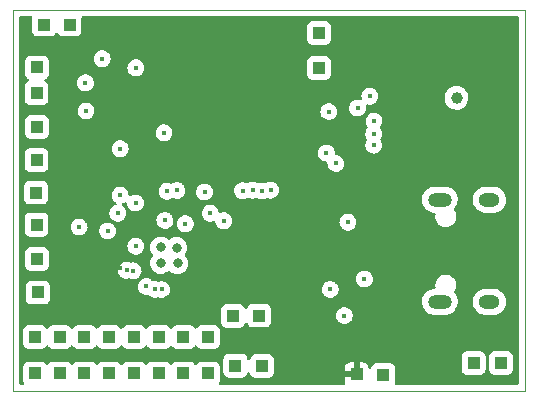
<source format=gbr>
%TF.GenerationSoftware,KiCad,Pcbnew,6.0.10-1.fc37*%
%TF.CreationDate,2023-01-07T19:36:43-08:00*%
%TF.ProjectId,data_logger_esp32c3,64617461-5f6c-46f6-9767-65725f657370,rev?*%
%TF.SameCoordinates,Original*%
%TF.FileFunction,Copper,L2,Inr*%
%TF.FilePolarity,Positive*%
%FSLAX46Y46*%
G04 Gerber Fmt 4.6, Leading zero omitted, Abs format (unit mm)*
G04 Created by KiCad (PCBNEW 6.0.10-1.fc37) date 2023-01-07 19:36:43*
%MOMM*%
%LPD*%
G01*
G04 APERTURE LIST*
%TA.AperFunction,Profile*%
%ADD10C,0.100000*%
%TD*%
%TA.AperFunction,ComponentPad*%
%ADD11R,1.000000X1.000000*%
%TD*%
%TA.AperFunction,ComponentPad*%
%ADD12O,1.799996X1.199998*%
%TD*%
%TA.AperFunction,ComponentPad*%
%ADD13O,1.999996X1.199998*%
%TD*%
%TA.AperFunction,ViaPad*%
%ADD14C,0.400000*%
%TD*%
%TA.AperFunction,ViaPad*%
%ADD15C,1.000000*%
%TD*%
%TA.AperFunction,ViaPad*%
%ADD16C,0.800000*%
%TD*%
G04 APERTURE END LIST*
D10*
X98856800Y-49606200D02*
X142138400Y-49606200D01*
X142138400Y-49606200D02*
X142138400Y-81864200D01*
X142138400Y-81864200D02*
X98856800Y-81864200D01*
X98856800Y-81864200D02*
X98856800Y-49606200D01*
D11*
%TO.N,I2C_SDA*%
%TO.C,SDA1*%
X119890000Y-79781400D03*
%TD*%
%TO.N,I2C_SCL*%
%TO.C,SCL1*%
X117652800Y-79730600D03*
%TD*%
%TO.N,Net-(I2SP1-Pad1)*%
%TO.C,I2SP1*%
X100838000Y-70688200D03*
%TD*%
%TO.N,GND*%
%TO.C,I2SN1*%
X100914200Y-73533000D03*
%TD*%
%TO.N,Net-(A4P1-Pad1)*%
%TO.C,A4P1*%
X100787200Y-65074800D03*
%TD*%
%TO.N,GND*%
%TO.C,A4N1*%
X100812600Y-67792600D03*
%TD*%
%TO.N,Net-(A3P1-Pad1)*%
%TO.C,A3P1*%
X100863400Y-54483000D03*
%TD*%
%TO.N,GND*%
%TO.C,A3N1*%
X100812600Y-56642000D03*
%TD*%
%TO.N,Net-(A2P1-Pad1)*%
%TO.C,A2P1*%
X103606600Y-50850800D03*
%TD*%
%TO.N,GND*%
%TO.C,A2N1*%
X101473000Y-50850800D03*
%TD*%
%TO.N,Net-(A0P1-Pad1)*%
%TO.C,A0P1*%
X100838000Y-59537600D03*
%TD*%
%TO.N,GND*%
%TO.C,A0N1*%
X100812600Y-62306200D03*
%TD*%
%TO.N,NRESET*%
%TO.C,NRESET1*%
X119659400Y-75488800D03*
%TD*%
%TO.N,NINT*%
%TO.C,NINT1*%
X117449600Y-75514200D03*
%TD*%
%TO.N,Net-(IO13-Pad1)*%
%TO.C,IO13*%
X111157656Y-77292200D03*
%TD*%
%TO.N,GND*%
%TO.C,DC-1*%
X140157200Y-79502000D03*
%TD*%
%TO.N,Net-(D1-Pad1)*%
%TO.C,DC+1*%
X137820400Y-79502000D03*
%TD*%
%TO.N,Net-(IO11-Pad1)*%
%TO.C,IO11*%
X106963028Y-77292200D03*
%TD*%
%TO.N,Net-(IO5-Pad1)*%
%TO.C,IO5*%
X111157656Y-80391000D03*
%TD*%
%TO.N,Net-(C4-Pad1)*%
%TO.C,VIN1*%
X130175000Y-80518000D03*
%TD*%
%TO.N,Net-(IO15-Pad1)*%
%TO.C,IO15*%
X115352286Y-77292200D03*
%TD*%
%TO.N,Net-(TX0-Pad1)*%
%TO.C,TX0*%
X124739400Y-51587400D03*
%TD*%
%TO.N,Net-(IO0-Pad1)*%
%TO.C,IO0*%
X100671086Y-80391000D03*
%TD*%
%TO.N,Net-(IO1-Pad1)*%
%TO.C,IO1*%
X102768400Y-80391000D03*
%TD*%
%TO.N,+3V3*%
%TO.C,3V3*%
X127914400Y-80467200D03*
%TD*%
%TO.N,Net-(IO6-Pad1)*%
%TO.C,IO6*%
X113254970Y-80391000D03*
%TD*%
%TO.N,Net-(IO3-Pad1)*%
%TO.C,IO3*%
X106963028Y-80391000D03*
%TD*%
%TO.N,Net-(RX0-Pad1)*%
%TO.C,RX0*%
X124739400Y-54533800D03*
%TD*%
%TO.N,Net-(IO10-Pad1)*%
%TO.C,IO10*%
X104865714Y-77292200D03*
%TD*%
D12*
%TO.N,GND*%
%TO.C,USB-C1*%
X139161520Y-74327512D03*
X139161520Y-65677288D03*
D13*
X134961630Y-65677288D03*
X134961630Y-74327512D03*
%TD*%
D11*
%TO.N,Net-(IO9-Pad1)*%
%TO.C,IO9*%
X102768400Y-77292200D03*
%TD*%
%TO.N,Net-(IO8-Pad1)*%
%TO.C,IO8*%
X100671086Y-77292200D03*
%TD*%
%TO.N,Net-(IO2-Pad1)*%
%TO.C,IO2*%
X104865714Y-80391000D03*
%TD*%
%TO.N,Net-(IO4-Pad1)*%
%TO.C,IO4*%
X109060342Y-80391000D03*
%TD*%
%TO.N,Net-(IO14-Pad1)*%
%TO.C,IO14*%
X113254970Y-77292200D03*
%TD*%
%TO.N,Net-(IO7-Pad1)*%
%TO.C,IO7*%
X115352286Y-80391000D03*
%TD*%
%TO.N,Net-(IO12-Pad1)*%
%TO.C,IO12*%
X109060342Y-77292200D03*
%TD*%
D14*
%TO.N,GND*%
X106832400Y-68326000D03*
X104419400Y-67995800D03*
%TO.N,+3V3*%
X107899200Y-71501000D03*
%TO.N,I2C_SDA*%
X115036600Y-65024000D03*
%TO.N,I2C_SCL*%
X112699800Y-64897000D03*
%TO.N,NRESET*%
X113411000Y-67716400D03*
%TO.N,NINT*%
X111404400Y-73279000D03*
%TO.N,Net-(IO7-Pad1)*%
X110820200Y-73279000D03*
%TO.N,Net-(IO6-Pad1)*%
X110109000Y-73025000D03*
%TO.N,Net-(IO5-Pad1)*%
X108991400Y-71704200D03*
%TO.N,Net-(IO4-Pad1)*%
X108432600Y-71653400D03*
%TO.N,Net-(IO3-Pad1)*%
X109220000Y-69621400D03*
%TO.N,GND*%
X106375200Y-53746400D03*
X104952800Y-55778400D03*
X105003600Y-58166000D03*
X107899200Y-65303400D03*
X109194600Y-65963800D03*
X129032000Y-56921400D03*
X127990600Y-57912000D03*
D15*
X136372600Y-57048400D03*
D14*
X125349000Y-61722000D03*
X125552200Y-58216800D03*
%TO.N,CS*%
X129387600Y-59029600D03*
X118262400Y-64922400D03*
%TO.N,DO*%
X120624600Y-64871600D03*
X126161800Y-62611000D03*
%TO.N,SCLK*%
X129362200Y-61061600D03*
X119888000Y-64947800D03*
%TO.N,DI*%
X129362200Y-60096400D03*
X119100600Y-64871600D03*
%TO.N,I2S*%
X111683800Y-67437000D03*
X116662200Y-67462400D03*
%TO.N,ADC1_CH4*%
X115519200Y-66827400D03*
X107696000Y-66827400D03*
%TO.N,+3V3*%
X116154200Y-70205600D03*
X120218200Y-73177400D03*
X118033800Y-73152000D03*
%TO.N,GND*%
X128574800Y-72390000D03*
X126873000Y-75488800D03*
X125679200Y-73279000D03*
X127177800Y-67589400D03*
%TO.N,+3V3*%
X117094000Y-77419200D03*
X119303800Y-77419200D03*
X125653800Y-56464200D03*
%TO.N,ADC1_CH2*%
X109220000Y-54508400D03*
X111607600Y-60020200D03*
%TO.N,ADC1_CH0*%
X111861600Y-64973200D03*
X107899200Y-61366400D03*
D16*
%TO.N,+3V3*%
X125349006Y-78562194D03*
X123621800Y-78536800D03*
%TO.N,GND*%
X112750600Y-71069200D03*
X111328200Y-71043800D03*
X112674400Y-69748400D03*
X111353600Y-69723000D03*
%TO.N,+3V3*%
X102641400Y-68935600D03*
X104673400Y-63169800D03*
X109093000Y-64236600D03*
X108712000Y-58623200D03*
X103149400Y-58877200D03*
X106908600Y-51460400D03*
X104038400Y-53619400D03*
X124587000Y-75844400D03*
%TD*%
%TA.AperFunction,Conductor*%
%TO.N,+3V3*%
G36*
X100412611Y-50134702D02*
G01*
X100459104Y-50188358D01*
X100469753Y-50254307D01*
X100464500Y-50302666D01*
X100464500Y-51398934D01*
X100471255Y-51461116D01*
X100522385Y-51597505D01*
X100609739Y-51714061D01*
X100726295Y-51801415D01*
X100862684Y-51852545D01*
X100924866Y-51859300D01*
X102021134Y-51859300D01*
X102083316Y-51852545D01*
X102219705Y-51801415D01*
X102336261Y-51714061D01*
X102380287Y-51655317D01*
X102418231Y-51604689D01*
X102418231Y-51604688D01*
X102423615Y-51597505D01*
X102426766Y-51589100D01*
X102429280Y-51584508D01*
X102479539Y-51534362D01*
X102548930Y-51519348D01*
X102615422Y-51544234D01*
X102650320Y-51584508D01*
X102652834Y-51589100D01*
X102655985Y-51597505D01*
X102661369Y-51604688D01*
X102661369Y-51604689D01*
X102699313Y-51655317D01*
X102743339Y-51714061D01*
X102859895Y-51801415D01*
X102996284Y-51852545D01*
X103058466Y-51859300D01*
X104154734Y-51859300D01*
X104216916Y-51852545D01*
X104353305Y-51801415D01*
X104469861Y-51714061D01*
X104557215Y-51597505D01*
X104608345Y-51461116D01*
X104615100Y-51398934D01*
X104615100Y-50302666D01*
X104609847Y-50254307D01*
X104622375Y-50184425D01*
X104670696Y-50132409D01*
X104735110Y-50114700D01*
X141503900Y-50114700D01*
X141572021Y-50134702D01*
X141618514Y-50188358D01*
X141629900Y-50240700D01*
X141629900Y-81229700D01*
X141609898Y-81297821D01*
X141556242Y-81344314D01*
X141503900Y-81355700D01*
X131273301Y-81355700D01*
X131205180Y-81335698D01*
X131158687Y-81282042D01*
X131148583Y-81211768D01*
X131155319Y-81185471D01*
X131173971Y-81135718D01*
X131173973Y-81135712D01*
X131176745Y-81128316D01*
X131183500Y-81066134D01*
X131183500Y-80050134D01*
X136811900Y-80050134D01*
X136818655Y-80112316D01*
X136869785Y-80248705D01*
X136957139Y-80365261D01*
X137073695Y-80452615D01*
X137210084Y-80503745D01*
X137272266Y-80510500D01*
X138368534Y-80510500D01*
X138430716Y-80503745D01*
X138567105Y-80452615D01*
X138683661Y-80365261D01*
X138771015Y-80248705D01*
X138822145Y-80112316D01*
X138828900Y-80050134D01*
X139148700Y-80050134D01*
X139155455Y-80112316D01*
X139206585Y-80248705D01*
X139293939Y-80365261D01*
X139410495Y-80452615D01*
X139546884Y-80503745D01*
X139609066Y-80510500D01*
X140705334Y-80510500D01*
X140767516Y-80503745D01*
X140903905Y-80452615D01*
X141020461Y-80365261D01*
X141107815Y-80248705D01*
X141158945Y-80112316D01*
X141165700Y-80050134D01*
X141165700Y-78953866D01*
X141158945Y-78891684D01*
X141107815Y-78755295D01*
X141020461Y-78638739D01*
X140903905Y-78551385D01*
X140767516Y-78500255D01*
X140705334Y-78493500D01*
X139609066Y-78493500D01*
X139546884Y-78500255D01*
X139410495Y-78551385D01*
X139293939Y-78638739D01*
X139206585Y-78755295D01*
X139155455Y-78891684D01*
X139148700Y-78953866D01*
X139148700Y-80050134D01*
X138828900Y-80050134D01*
X138828900Y-78953866D01*
X138822145Y-78891684D01*
X138771015Y-78755295D01*
X138683661Y-78638739D01*
X138567105Y-78551385D01*
X138430716Y-78500255D01*
X138368534Y-78493500D01*
X137272266Y-78493500D01*
X137210084Y-78500255D01*
X137073695Y-78551385D01*
X136957139Y-78638739D01*
X136869785Y-78755295D01*
X136818655Y-78891684D01*
X136811900Y-78953866D01*
X136811900Y-80050134D01*
X131183500Y-80050134D01*
X131183500Y-79969866D01*
X131176745Y-79907684D01*
X131125615Y-79771295D01*
X131038261Y-79654739D01*
X130921705Y-79567385D01*
X130785316Y-79516255D01*
X130723134Y-79509500D01*
X129626866Y-79509500D01*
X129564684Y-79516255D01*
X129428295Y-79567385D01*
X129311739Y-79654739D01*
X129224385Y-79771295D01*
X129173255Y-79907684D01*
X129172402Y-79915540D01*
X129170575Y-79923222D01*
X129169159Y-79922885D01*
X129145225Y-79980482D01*
X129086862Y-80020907D01*
X129015908Y-80023361D01*
X128954890Y-79987064D01*
X128923183Y-79923542D01*
X128921943Y-79914915D01*
X128916505Y-79864848D01*
X128912879Y-79849596D01*
X128867724Y-79729146D01*
X128859186Y-79713551D01*
X128782685Y-79611476D01*
X128770124Y-79598915D01*
X128668049Y-79522414D01*
X128652454Y-79513876D01*
X128532006Y-79468722D01*
X128516751Y-79465095D01*
X128465886Y-79459569D01*
X128459072Y-79459200D01*
X128186515Y-79459200D01*
X128171276Y-79463675D01*
X128170071Y-79465065D01*
X128168400Y-79472748D01*
X128168400Y-80595200D01*
X128148398Y-80663321D01*
X128094742Y-80709814D01*
X128042400Y-80721200D01*
X126924516Y-80721200D01*
X126909277Y-80725675D01*
X126908072Y-80727065D01*
X126906401Y-80734748D01*
X126906401Y-81011869D01*
X126906771Y-81018690D01*
X126912295Y-81069552D01*
X126915922Y-81084806D01*
X126953659Y-81185471D01*
X126958842Y-81256278D01*
X126924921Y-81318647D01*
X126862666Y-81352776D01*
X126835677Y-81355700D01*
X116391413Y-81355700D01*
X116323292Y-81335698D01*
X116276799Y-81282042D01*
X116266695Y-81211768D01*
X116290587Y-81154136D01*
X116302901Y-81137705D01*
X116354031Y-81001316D01*
X116360786Y-80939134D01*
X116360786Y-80278734D01*
X116644300Y-80278734D01*
X116651055Y-80340916D01*
X116702185Y-80477305D01*
X116789539Y-80593861D01*
X116906095Y-80681215D01*
X117042484Y-80732345D01*
X117104666Y-80739100D01*
X118200934Y-80739100D01*
X118263116Y-80732345D01*
X118399505Y-80681215D01*
X118516061Y-80593861D01*
X118603415Y-80477305D01*
X118645775Y-80364310D01*
X118688417Y-80307546D01*
X118754978Y-80282846D01*
X118824327Y-80298053D01*
X118874445Y-80348339D01*
X118886340Y-80379395D01*
X118887402Y-80383860D01*
X118888255Y-80391716D01*
X118891027Y-80399111D01*
X118891028Y-80399114D01*
X118917189Y-80468897D01*
X118939385Y-80528105D01*
X119026739Y-80644661D01*
X119143295Y-80732015D01*
X119279684Y-80783145D01*
X119341866Y-80789900D01*
X120438134Y-80789900D01*
X120500316Y-80783145D01*
X120636705Y-80732015D01*
X120753261Y-80644661D01*
X120840615Y-80528105D01*
X120891745Y-80391716D01*
X120898500Y-80329534D01*
X120898500Y-80195085D01*
X126906400Y-80195085D01*
X126910875Y-80210324D01*
X126912265Y-80211529D01*
X126919948Y-80213200D01*
X127642285Y-80213200D01*
X127657524Y-80208725D01*
X127658729Y-80207335D01*
X127660400Y-80199652D01*
X127660400Y-79477316D01*
X127655925Y-79462077D01*
X127654535Y-79460872D01*
X127646852Y-79459201D01*
X127369731Y-79459201D01*
X127362910Y-79459571D01*
X127312048Y-79465095D01*
X127296796Y-79468721D01*
X127176346Y-79513876D01*
X127160751Y-79522414D01*
X127058676Y-79598915D01*
X127046115Y-79611476D01*
X126969614Y-79713551D01*
X126961076Y-79729146D01*
X126915922Y-79849594D01*
X126912295Y-79864849D01*
X126906769Y-79915714D01*
X126906400Y-79922528D01*
X126906400Y-80195085D01*
X120898500Y-80195085D01*
X120898500Y-79233266D01*
X120891745Y-79171084D01*
X120840615Y-79034695D01*
X120753261Y-78918139D01*
X120636705Y-78830785D01*
X120500316Y-78779655D01*
X120438134Y-78772900D01*
X119341866Y-78772900D01*
X119279684Y-78779655D01*
X119143295Y-78830785D01*
X119026739Y-78918139D01*
X118939385Y-79034695D01*
X118936233Y-79043103D01*
X118897025Y-79147690D01*
X118854383Y-79204454D01*
X118787822Y-79229154D01*
X118718473Y-79213947D01*
X118668355Y-79163661D01*
X118656460Y-79132605D01*
X118655398Y-79128139D01*
X118654545Y-79120284D01*
X118651772Y-79112885D01*
X118606567Y-78992303D01*
X118603415Y-78983895D01*
X118516061Y-78867339D01*
X118399505Y-78779985D01*
X118263116Y-78728855D01*
X118200934Y-78722100D01*
X117104666Y-78722100D01*
X117042484Y-78728855D01*
X116906095Y-78779985D01*
X116789539Y-78867339D01*
X116702185Y-78983895D01*
X116651055Y-79120284D01*
X116644300Y-79182466D01*
X116644300Y-80278734D01*
X116360786Y-80278734D01*
X116360786Y-79842866D01*
X116354031Y-79780684D01*
X116302901Y-79644295D01*
X116215547Y-79527739D01*
X116098991Y-79440385D01*
X115962602Y-79389255D01*
X115900420Y-79382500D01*
X114804152Y-79382500D01*
X114741970Y-79389255D01*
X114605581Y-79440385D01*
X114489025Y-79527739D01*
X114435682Y-79598915D01*
X114404454Y-79640582D01*
X114347595Y-79683097D01*
X114276776Y-79688123D01*
X114214483Y-79654063D01*
X114202802Y-79640582D01*
X114171575Y-79598915D01*
X114118231Y-79527739D01*
X114001675Y-79440385D01*
X113865286Y-79389255D01*
X113803104Y-79382500D01*
X112706836Y-79382500D01*
X112644654Y-79389255D01*
X112508265Y-79440385D01*
X112391709Y-79527739D01*
X112386328Y-79534919D01*
X112386327Y-79534920D01*
X112307139Y-79640580D01*
X112250280Y-79683095D01*
X112179461Y-79688121D01*
X112117168Y-79654061D01*
X112105487Y-79640580D01*
X112026299Y-79534920D01*
X112026298Y-79534919D01*
X112020917Y-79527739D01*
X111904361Y-79440385D01*
X111767972Y-79389255D01*
X111705790Y-79382500D01*
X110609522Y-79382500D01*
X110547340Y-79389255D01*
X110410951Y-79440385D01*
X110294395Y-79527739D01*
X110289014Y-79534919D01*
X110289013Y-79534920D01*
X110209825Y-79640580D01*
X110152966Y-79683095D01*
X110082147Y-79688121D01*
X110019854Y-79654061D01*
X110008173Y-79640580D01*
X109928985Y-79534920D01*
X109928984Y-79534919D01*
X109923603Y-79527739D01*
X109807047Y-79440385D01*
X109670658Y-79389255D01*
X109608476Y-79382500D01*
X108512208Y-79382500D01*
X108450026Y-79389255D01*
X108313637Y-79440385D01*
X108197081Y-79527739D01*
X108191700Y-79534919D01*
X108191699Y-79534920D01*
X108112511Y-79640580D01*
X108055652Y-79683095D01*
X107984833Y-79688121D01*
X107922540Y-79654061D01*
X107910859Y-79640580D01*
X107831671Y-79534920D01*
X107831670Y-79534919D01*
X107826289Y-79527739D01*
X107709733Y-79440385D01*
X107573344Y-79389255D01*
X107511162Y-79382500D01*
X106414894Y-79382500D01*
X106352712Y-79389255D01*
X106216323Y-79440385D01*
X106099767Y-79527739D01*
X106094386Y-79534919D01*
X106094385Y-79534920D01*
X106015197Y-79640580D01*
X105958338Y-79683095D01*
X105887519Y-79688121D01*
X105825226Y-79654061D01*
X105813545Y-79640580D01*
X105734357Y-79534920D01*
X105734356Y-79534919D01*
X105728975Y-79527739D01*
X105612419Y-79440385D01*
X105476030Y-79389255D01*
X105413848Y-79382500D01*
X104317580Y-79382500D01*
X104255398Y-79389255D01*
X104119009Y-79440385D01*
X104002453Y-79527739D01*
X103997072Y-79534919D01*
X103997071Y-79534920D01*
X103917883Y-79640580D01*
X103861024Y-79683095D01*
X103790205Y-79688121D01*
X103727912Y-79654061D01*
X103716231Y-79640580D01*
X103637043Y-79534920D01*
X103637042Y-79534919D01*
X103631661Y-79527739D01*
X103515105Y-79440385D01*
X103378716Y-79389255D01*
X103316534Y-79382500D01*
X102220266Y-79382500D01*
X102158084Y-79389255D01*
X102021695Y-79440385D01*
X101905139Y-79527739D01*
X101899758Y-79534919D01*
X101899757Y-79534920D01*
X101820569Y-79640580D01*
X101763710Y-79683095D01*
X101692891Y-79688121D01*
X101630598Y-79654061D01*
X101618917Y-79640580D01*
X101539729Y-79534920D01*
X101539728Y-79534919D01*
X101534347Y-79527739D01*
X101417791Y-79440385D01*
X101281402Y-79389255D01*
X101219220Y-79382500D01*
X100122952Y-79382500D01*
X100060770Y-79389255D01*
X99924381Y-79440385D01*
X99807825Y-79527739D01*
X99720471Y-79644295D01*
X99669341Y-79780684D01*
X99662586Y-79842866D01*
X99662586Y-80939134D01*
X99669341Y-81001316D01*
X99720471Y-81137705D01*
X99732785Y-81154135D01*
X99757633Y-81220639D01*
X99742581Y-81290022D01*
X99692408Y-81340253D01*
X99631959Y-81355700D01*
X99491300Y-81355700D01*
X99423179Y-81335698D01*
X99376686Y-81282042D01*
X99365300Y-81229700D01*
X99365300Y-77840334D01*
X99662586Y-77840334D01*
X99669341Y-77902516D01*
X99720471Y-78038905D01*
X99807825Y-78155461D01*
X99924381Y-78242815D01*
X100060770Y-78293945D01*
X100122952Y-78300700D01*
X101219220Y-78300700D01*
X101281402Y-78293945D01*
X101417791Y-78242815D01*
X101534347Y-78155461D01*
X101539729Y-78148280D01*
X101618917Y-78042620D01*
X101675776Y-78000105D01*
X101746595Y-77995079D01*
X101808888Y-78029139D01*
X101820569Y-78042620D01*
X101899757Y-78148280D01*
X101905139Y-78155461D01*
X102021695Y-78242815D01*
X102158084Y-78293945D01*
X102220266Y-78300700D01*
X103316534Y-78300700D01*
X103378716Y-78293945D01*
X103515105Y-78242815D01*
X103631661Y-78155461D01*
X103637043Y-78148280D01*
X103716231Y-78042620D01*
X103773090Y-78000105D01*
X103843909Y-77995079D01*
X103906202Y-78029139D01*
X103917883Y-78042620D01*
X103997071Y-78148280D01*
X104002453Y-78155461D01*
X104119009Y-78242815D01*
X104255398Y-78293945D01*
X104317580Y-78300700D01*
X105413848Y-78300700D01*
X105476030Y-78293945D01*
X105612419Y-78242815D01*
X105728975Y-78155461D01*
X105734357Y-78148280D01*
X105813545Y-78042620D01*
X105870404Y-78000105D01*
X105941223Y-77995079D01*
X106003516Y-78029139D01*
X106015197Y-78042620D01*
X106094385Y-78148280D01*
X106099767Y-78155461D01*
X106216323Y-78242815D01*
X106352712Y-78293945D01*
X106414894Y-78300700D01*
X107511162Y-78300700D01*
X107573344Y-78293945D01*
X107709733Y-78242815D01*
X107826289Y-78155461D01*
X107831671Y-78148280D01*
X107910859Y-78042620D01*
X107967718Y-78000105D01*
X108038537Y-77995079D01*
X108100830Y-78029139D01*
X108112511Y-78042620D01*
X108191699Y-78148280D01*
X108197081Y-78155461D01*
X108313637Y-78242815D01*
X108450026Y-78293945D01*
X108512208Y-78300700D01*
X109608476Y-78300700D01*
X109670658Y-78293945D01*
X109807047Y-78242815D01*
X109923603Y-78155461D01*
X109928985Y-78148280D01*
X110008173Y-78042620D01*
X110065032Y-78000105D01*
X110135851Y-77995079D01*
X110198144Y-78029139D01*
X110209825Y-78042620D01*
X110289013Y-78148280D01*
X110294395Y-78155461D01*
X110410951Y-78242815D01*
X110547340Y-78293945D01*
X110609522Y-78300700D01*
X111705790Y-78300700D01*
X111767972Y-78293945D01*
X111904361Y-78242815D01*
X112020917Y-78155461D01*
X112026299Y-78148280D01*
X112105487Y-78042620D01*
X112162346Y-78000105D01*
X112233165Y-77995079D01*
X112295458Y-78029139D01*
X112307139Y-78042620D01*
X112386327Y-78148280D01*
X112391709Y-78155461D01*
X112508265Y-78242815D01*
X112644654Y-78293945D01*
X112706836Y-78300700D01*
X113803104Y-78300700D01*
X113865286Y-78293945D01*
X114001675Y-78242815D01*
X114118231Y-78155461D01*
X114202803Y-78042618D01*
X114259661Y-78000103D01*
X114330480Y-77995077D01*
X114392773Y-78029137D01*
X114404452Y-78042616D01*
X114489025Y-78155461D01*
X114605581Y-78242815D01*
X114741970Y-78293945D01*
X114804152Y-78300700D01*
X115900420Y-78300700D01*
X115962602Y-78293945D01*
X116098991Y-78242815D01*
X116215547Y-78155461D01*
X116302901Y-78038905D01*
X116354031Y-77902516D01*
X116360786Y-77840334D01*
X116360786Y-76744066D01*
X116354031Y-76681884D01*
X116302901Y-76545495D01*
X116215547Y-76428939D01*
X116098991Y-76341585D01*
X115962602Y-76290455D01*
X115900420Y-76283700D01*
X114804152Y-76283700D01*
X114741970Y-76290455D01*
X114605581Y-76341585D01*
X114489025Y-76428939D01*
X114419032Y-76522331D01*
X114404454Y-76541782D01*
X114347595Y-76584297D01*
X114276776Y-76589323D01*
X114214483Y-76555263D01*
X114202802Y-76541782D01*
X114188225Y-76522331D01*
X114118231Y-76428939D01*
X114001675Y-76341585D01*
X113865286Y-76290455D01*
X113803104Y-76283700D01*
X112706836Y-76283700D01*
X112644654Y-76290455D01*
X112508265Y-76341585D01*
X112391709Y-76428939D01*
X112386328Y-76436119D01*
X112386327Y-76436120D01*
X112307139Y-76541780D01*
X112250280Y-76584295D01*
X112179461Y-76589321D01*
X112117168Y-76555261D01*
X112105487Y-76541780D01*
X112026299Y-76436120D01*
X112026298Y-76436119D01*
X112020917Y-76428939D01*
X111904361Y-76341585D01*
X111767972Y-76290455D01*
X111705790Y-76283700D01*
X110609522Y-76283700D01*
X110547340Y-76290455D01*
X110410951Y-76341585D01*
X110294395Y-76428939D01*
X110289014Y-76436119D01*
X110289013Y-76436120D01*
X110209825Y-76541780D01*
X110152966Y-76584295D01*
X110082147Y-76589321D01*
X110019854Y-76555261D01*
X110008173Y-76541780D01*
X109928985Y-76436120D01*
X109928984Y-76436119D01*
X109923603Y-76428939D01*
X109807047Y-76341585D01*
X109670658Y-76290455D01*
X109608476Y-76283700D01*
X108512208Y-76283700D01*
X108450026Y-76290455D01*
X108313637Y-76341585D01*
X108197081Y-76428939D01*
X108191700Y-76436119D01*
X108191699Y-76436120D01*
X108112511Y-76541780D01*
X108055652Y-76584295D01*
X107984833Y-76589321D01*
X107922540Y-76555261D01*
X107910859Y-76541780D01*
X107831671Y-76436120D01*
X107831670Y-76436119D01*
X107826289Y-76428939D01*
X107709733Y-76341585D01*
X107573344Y-76290455D01*
X107511162Y-76283700D01*
X106414894Y-76283700D01*
X106352712Y-76290455D01*
X106216323Y-76341585D01*
X106099767Y-76428939D01*
X106094386Y-76436119D01*
X106094385Y-76436120D01*
X106015197Y-76541780D01*
X105958338Y-76584295D01*
X105887519Y-76589321D01*
X105825226Y-76555261D01*
X105813545Y-76541780D01*
X105734357Y-76436120D01*
X105734356Y-76436119D01*
X105728975Y-76428939D01*
X105612419Y-76341585D01*
X105476030Y-76290455D01*
X105413848Y-76283700D01*
X104317580Y-76283700D01*
X104255398Y-76290455D01*
X104119009Y-76341585D01*
X104002453Y-76428939D01*
X103997072Y-76436119D01*
X103997071Y-76436120D01*
X103917883Y-76541780D01*
X103861024Y-76584295D01*
X103790205Y-76589321D01*
X103727912Y-76555261D01*
X103716231Y-76541780D01*
X103637043Y-76436120D01*
X103637042Y-76436119D01*
X103631661Y-76428939D01*
X103515105Y-76341585D01*
X103378716Y-76290455D01*
X103316534Y-76283700D01*
X102220266Y-76283700D01*
X102158084Y-76290455D01*
X102021695Y-76341585D01*
X101905139Y-76428939D01*
X101899758Y-76436119D01*
X101899757Y-76436120D01*
X101820569Y-76541780D01*
X101763710Y-76584295D01*
X101692891Y-76589321D01*
X101630598Y-76555261D01*
X101618917Y-76541780D01*
X101539729Y-76436120D01*
X101539728Y-76436119D01*
X101534347Y-76428939D01*
X101417791Y-76341585D01*
X101281402Y-76290455D01*
X101219220Y-76283700D01*
X100122952Y-76283700D01*
X100060770Y-76290455D01*
X99924381Y-76341585D01*
X99807825Y-76428939D01*
X99720471Y-76545495D01*
X99669341Y-76681884D01*
X99662586Y-76744066D01*
X99662586Y-77840334D01*
X99365300Y-77840334D01*
X99365300Y-76062334D01*
X116441100Y-76062334D01*
X116447855Y-76124516D01*
X116498985Y-76260905D01*
X116586339Y-76377461D01*
X116702895Y-76464815D01*
X116839284Y-76515945D01*
X116901466Y-76522700D01*
X117997734Y-76522700D01*
X118059916Y-76515945D01*
X118196305Y-76464815D01*
X118312861Y-76377461D01*
X118400215Y-76260905D01*
X118441279Y-76151367D01*
X118483921Y-76094603D01*
X118550482Y-76069903D01*
X118619831Y-76085110D01*
X118669949Y-76135396D01*
X118677243Y-76151367D01*
X118680596Y-76160310D01*
X118708785Y-76235505D01*
X118796139Y-76352061D01*
X118912695Y-76439415D01*
X119049084Y-76490545D01*
X119111266Y-76497300D01*
X120207534Y-76497300D01*
X120269716Y-76490545D01*
X120406105Y-76439415D01*
X120522661Y-76352061D01*
X120610015Y-76235505D01*
X120661145Y-76099116D01*
X120667900Y-76036934D01*
X120667900Y-75481326D01*
X126159335Y-75481326D01*
X126178153Y-75651775D01*
X126180762Y-75658906D01*
X126180763Y-75658908D01*
X126188688Y-75680564D01*
X126237085Y-75812815D01*
X126332730Y-75955149D01*
X126396148Y-76012855D01*
X126446770Y-76058917D01*
X126459565Y-76070560D01*
X126610268Y-76152385D01*
X126776139Y-76195901D01*
X126863586Y-76197274D01*
X126940003Y-76198475D01*
X126940006Y-76198475D01*
X126947602Y-76198594D01*
X126955006Y-76196898D01*
X126955008Y-76196898D01*
X127017846Y-76182506D01*
X127114759Y-76160310D01*
X127267958Y-76083259D01*
X127273729Y-76078330D01*
X127273732Y-76078328D01*
X127392578Y-75976823D01*
X127398355Y-75971889D01*
X127498424Y-75832630D01*
X127562385Y-75673520D01*
X127586547Y-75503747D01*
X127586704Y-75488800D01*
X127571289Y-75361419D01*
X127567015Y-75326099D01*
X127567014Y-75326096D01*
X127566102Y-75318558D01*
X127545702Y-75264569D01*
X127508171Y-75165247D01*
X127505487Y-75158144D01*
X127485713Y-75129373D01*
X127412659Y-75023078D01*
X127412658Y-75023076D01*
X127408357Y-75016819D01*
X127402686Y-75011766D01*
X127285993Y-74907796D01*
X127285990Y-74907794D01*
X127280321Y-74902743D01*
X127272325Y-74898509D01*
X127135481Y-74826054D01*
X127135482Y-74826054D01*
X127128769Y-74822500D01*
X127111196Y-74818086D01*
X126969822Y-74782575D01*
X126969818Y-74782575D01*
X126962451Y-74780724D01*
X126954852Y-74780684D01*
X126954850Y-74780684D01*
X126883394Y-74780310D01*
X126790969Y-74779826D01*
X126783589Y-74781598D01*
X126783587Y-74781598D01*
X126631602Y-74818086D01*
X126631598Y-74818087D01*
X126624223Y-74819858D01*
X126471839Y-74898509D01*
X126342615Y-75011239D01*
X126244010Y-75151539D01*
X126226189Y-75197248D01*
X126198871Y-75267315D01*
X126181718Y-75311309D01*
X126180726Y-75318842D01*
X126180726Y-75318843D01*
X126165301Y-75436011D01*
X126159335Y-75481326D01*
X120667900Y-75481326D01*
X120667900Y-74940666D01*
X120661145Y-74878484D01*
X120610015Y-74742095D01*
X120522661Y-74625539D01*
X120406105Y-74538185D01*
X120269716Y-74487055D01*
X120207534Y-74480300D01*
X119111266Y-74480300D01*
X119049084Y-74487055D01*
X118912695Y-74538185D01*
X118796139Y-74625539D01*
X118708785Y-74742095D01*
X118705633Y-74750503D01*
X118667721Y-74851633D01*
X118625079Y-74908397D01*
X118558518Y-74933097D01*
X118489169Y-74917890D01*
X118439051Y-74867604D01*
X118431757Y-74851633D01*
X118403367Y-74775903D01*
X118400215Y-74767495D01*
X118312861Y-74650939D01*
X118196305Y-74563585D01*
X118059916Y-74512455D01*
X117997734Y-74505700D01*
X116901466Y-74505700D01*
X116839284Y-74512455D01*
X116702895Y-74563585D01*
X116586339Y-74650939D01*
X116498985Y-74767495D01*
X116447855Y-74903884D01*
X116441100Y-74966066D01*
X116441100Y-76062334D01*
X99365300Y-76062334D01*
X99365300Y-74081134D01*
X99905700Y-74081134D01*
X99912455Y-74143316D01*
X99963585Y-74279705D01*
X100050939Y-74396261D01*
X100167495Y-74483615D01*
X100303884Y-74534745D01*
X100366066Y-74541500D01*
X101462334Y-74541500D01*
X101524516Y-74534745D01*
X101660905Y-74483615D01*
X101777461Y-74396261D01*
X101864815Y-74279705D01*
X101867285Y-74273116D01*
X133449419Y-74273116D01*
X133459199Y-74484411D01*
X133460603Y-74490236D01*
X133460603Y-74490237D01*
X133498036Y-74645558D01*
X133508757Y-74690045D01*
X133511239Y-74695503D01*
X133511240Y-74695507D01*
X133540704Y-74760309D01*
X133596306Y-74882599D01*
X133718686Y-75055123D01*
X133871482Y-75201393D01*
X134049180Y-75316131D01*
X134245368Y-75395197D01*
X134452968Y-75435739D01*
X134458530Y-75436011D01*
X135414475Y-75436011D01*
X135572195Y-75420963D01*
X135577949Y-75419275D01*
X135769409Y-75363107D01*
X135769411Y-75363106D01*
X135775162Y-75361419D01*
X135780496Y-75358672D01*
X135957878Y-75267315D01*
X135957881Y-75267313D01*
X135963209Y-75264569D01*
X136129549Y-75133907D01*
X136133481Y-75129376D01*
X136133484Y-75129373D01*
X136264249Y-74978679D01*
X136268180Y-74974149D01*
X136271180Y-74968963D01*
X136271183Y-74968959D01*
X136371095Y-74796254D01*
X136374101Y-74791058D01*
X136443489Y-74591241D01*
X136454510Y-74515229D01*
X136472980Y-74387848D01*
X136472980Y-74387845D01*
X136473841Y-74381908D01*
X136468805Y-74273116D01*
X137749309Y-74273116D01*
X137759089Y-74484411D01*
X137760493Y-74490236D01*
X137760493Y-74490237D01*
X137797926Y-74645558D01*
X137808647Y-74690045D01*
X137811129Y-74695503D01*
X137811130Y-74695507D01*
X137840594Y-74760309D01*
X137896196Y-74882599D01*
X138018576Y-75055123D01*
X138171372Y-75201393D01*
X138349070Y-75316131D01*
X138545258Y-75395197D01*
X138752858Y-75435739D01*
X138758420Y-75436011D01*
X139514365Y-75436011D01*
X139672085Y-75420963D01*
X139677839Y-75419275D01*
X139869299Y-75363107D01*
X139869301Y-75363106D01*
X139875052Y-75361419D01*
X139880386Y-75358672D01*
X140057768Y-75267315D01*
X140057771Y-75267313D01*
X140063099Y-75264569D01*
X140229439Y-75133907D01*
X140233371Y-75129376D01*
X140233374Y-75129373D01*
X140364139Y-74978679D01*
X140368070Y-74974149D01*
X140371070Y-74968963D01*
X140371073Y-74968959D01*
X140470985Y-74796254D01*
X140473991Y-74791058D01*
X140543379Y-74591241D01*
X140554400Y-74515229D01*
X140572870Y-74387848D01*
X140572870Y-74387845D01*
X140573731Y-74381908D01*
X140563951Y-74170613D01*
X140532201Y-74038871D01*
X140515799Y-73970812D01*
X140515798Y-73970810D01*
X140514393Y-73964979D01*
X140508586Y-73952206D01*
X140429324Y-73777880D01*
X140426844Y-73772425D01*
X140311148Y-73609324D01*
X140307930Y-73604787D01*
X140307929Y-73604786D01*
X140304464Y-73599901D01*
X140151668Y-73453631D01*
X139973970Y-73338893D01*
X139777782Y-73259827D01*
X139570182Y-73219285D01*
X139564620Y-73219013D01*
X138808675Y-73219013D01*
X138650955Y-73234061D01*
X138645201Y-73235749D01*
X138453741Y-73291917D01*
X138453739Y-73291918D01*
X138447988Y-73293605D01*
X138442656Y-73296351D01*
X138442654Y-73296352D01*
X138265272Y-73387709D01*
X138265269Y-73387711D01*
X138259941Y-73390455D01*
X138093601Y-73521117D01*
X138089669Y-73525648D01*
X138089666Y-73525651D01*
X137971683Y-73661615D01*
X137954970Y-73680875D01*
X137951970Y-73686061D01*
X137951967Y-73686065D01*
X137911556Y-73755919D01*
X137849049Y-73863966D01*
X137779661Y-74063783D01*
X137778800Y-74069718D01*
X137778800Y-74069720D01*
X137776653Y-74084531D01*
X137749309Y-74273116D01*
X136468805Y-74273116D01*
X136464061Y-74170613D01*
X136432311Y-74038871D01*
X136415909Y-73970812D01*
X136415908Y-73970810D01*
X136414503Y-73964979D01*
X136408696Y-73952206D01*
X136329434Y-73777880D01*
X136326954Y-73772425D01*
X136211258Y-73609324D01*
X136208040Y-73604787D01*
X136208039Y-73604786D01*
X136204574Y-73599901D01*
X136191111Y-73587013D01*
X136155735Y-73525458D01*
X136159254Y-73454548D01*
X136176306Y-73421934D01*
X136227228Y-73351846D01*
X136227229Y-73351845D01*
X136231109Y-73346504D01*
X136235497Y-73336650D01*
X136303963Y-73182871D01*
X136303963Y-73182870D01*
X136306648Y-73176840D01*
X136332437Y-73055511D01*
X136343889Y-73001635D01*
X136343889Y-73001631D01*
X136345261Y-72995178D01*
X136345261Y-72809458D01*
X136342496Y-72796447D01*
X136320495Y-72692943D01*
X136306648Y-72627796D01*
X136301299Y-72615782D01*
X136233794Y-72464162D01*
X136233793Y-72464160D01*
X136231109Y-72458132D01*
X136217716Y-72439698D01*
X136125828Y-72313225D01*
X136125826Y-72313223D01*
X136121945Y-72307881D01*
X136111703Y-72298659D01*
X135988836Y-72188029D01*
X135988835Y-72188028D01*
X135983928Y-72183610D01*
X135823089Y-72090750D01*
X135726432Y-72059344D01*
X135652738Y-72035399D01*
X135652736Y-72035399D01*
X135646459Y-72033359D01*
X135639896Y-72032669D01*
X135639895Y-72032669D01*
X135615699Y-72030126D01*
X135508063Y-72018813D01*
X135415449Y-72018813D01*
X135307813Y-72030126D01*
X135283617Y-72032669D01*
X135283616Y-72032669D01*
X135277053Y-72033359D01*
X135270776Y-72035399D01*
X135270774Y-72035399D01*
X135197080Y-72059344D01*
X135100423Y-72090750D01*
X134939584Y-72183610D01*
X134934677Y-72188028D01*
X134934676Y-72188029D01*
X134811809Y-72298659D01*
X134801567Y-72307881D01*
X134797686Y-72313223D01*
X134797684Y-72313225D01*
X134705796Y-72439698D01*
X134692403Y-72458132D01*
X134689719Y-72464160D01*
X134689718Y-72464162D01*
X134622213Y-72615782D01*
X134616864Y-72627796D01*
X134603017Y-72692943D01*
X134581017Y-72796447D01*
X134578251Y-72809458D01*
X134578251Y-72995178D01*
X134579624Y-73001637D01*
X134594125Y-73069862D01*
X134588723Y-73140652D01*
X134545906Y-73197285D01*
X134482845Y-73221488D01*
X134351065Y-73234061D01*
X134345311Y-73235749D01*
X134153851Y-73291917D01*
X134153849Y-73291918D01*
X134148098Y-73293605D01*
X134142766Y-73296351D01*
X134142764Y-73296352D01*
X133965382Y-73387709D01*
X133965379Y-73387711D01*
X133960051Y-73390455D01*
X133793711Y-73521117D01*
X133789779Y-73525648D01*
X133789776Y-73525651D01*
X133671793Y-73661615D01*
X133655080Y-73680875D01*
X133652080Y-73686061D01*
X133652077Y-73686065D01*
X133611666Y-73755919D01*
X133549159Y-73863966D01*
X133479771Y-74063783D01*
X133478910Y-74069718D01*
X133478910Y-74069720D01*
X133476763Y-74084531D01*
X133449419Y-74273116D01*
X101867285Y-74273116D01*
X101915945Y-74143316D01*
X101922700Y-74081134D01*
X101922700Y-73017526D01*
X109395335Y-73017526D01*
X109400191Y-73061510D01*
X109412924Y-73176840D01*
X109414153Y-73187975D01*
X109416762Y-73195106D01*
X109416763Y-73195108D01*
X109426417Y-73221488D01*
X109473085Y-73349015D01*
X109477322Y-73355321D01*
X109477324Y-73355324D01*
X109521621Y-73421244D01*
X109568730Y-73491349D01*
X109695565Y-73606760D01*
X109846268Y-73688585D01*
X110012139Y-73732101D01*
X110101378Y-73733503D01*
X110176004Y-73734675D01*
X110176007Y-73734675D01*
X110183602Y-73734794D01*
X110191005Y-73733098D01*
X110198564Y-73732304D01*
X110198816Y-73734705D01*
X110257959Y-73738289D01*
X110300013Y-73763624D01*
X110401144Y-73855646D01*
X110401148Y-73855649D01*
X110406765Y-73860760D01*
X110557468Y-73942585D01*
X110723339Y-73986101D01*
X110810786Y-73987474D01*
X110887203Y-73988675D01*
X110887206Y-73988675D01*
X110894802Y-73988794D01*
X110902206Y-73987098D01*
X110902208Y-73987098D01*
X111022632Y-73959517D01*
X111061959Y-73950510D01*
X111068747Y-73947096D01*
X111069922Y-73946673D01*
X111144576Y-73943348D01*
X111307539Y-73986101D01*
X111394986Y-73987474D01*
X111471403Y-73988675D01*
X111471406Y-73988675D01*
X111479002Y-73988794D01*
X111486406Y-73987098D01*
X111486408Y-73987098D01*
X111557516Y-73970812D01*
X111646159Y-73950510D01*
X111799358Y-73873459D01*
X111805129Y-73868530D01*
X111805132Y-73868528D01*
X111923978Y-73767023D01*
X111929755Y-73762089D01*
X112029824Y-73622830D01*
X112093785Y-73463720D01*
X112110467Y-73346504D01*
X112117366Y-73298031D01*
X112117366Y-73298027D01*
X112117947Y-73293947D01*
X112118104Y-73279000D01*
X112117200Y-73271526D01*
X124965535Y-73271526D01*
X124984353Y-73441975D01*
X124986962Y-73449106D01*
X124986963Y-73449108D01*
X125008665Y-73508410D01*
X125043285Y-73603015D01*
X125047522Y-73609321D01*
X125047524Y-73609324D01*
X125051866Y-73615785D01*
X125138930Y-73745349D01*
X125265765Y-73860760D01*
X125416468Y-73942585D01*
X125582339Y-73986101D01*
X125669786Y-73987474D01*
X125746203Y-73988675D01*
X125746206Y-73988675D01*
X125753802Y-73988794D01*
X125761206Y-73987098D01*
X125761208Y-73987098D01*
X125832316Y-73970812D01*
X125920959Y-73950510D01*
X126074158Y-73873459D01*
X126079929Y-73868530D01*
X126079932Y-73868528D01*
X126198778Y-73767023D01*
X126204555Y-73762089D01*
X126304624Y-73622830D01*
X126368585Y-73463720D01*
X126385267Y-73346504D01*
X126392166Y-73298031D01*
X126392166Y-73298027D01*
X126392747Y-73293947D01*
X126392904Y-73279000D01*
X126372302Y-73108758D01*
X126367943Y-73097220D01*
X126314371Y-72955447D01*
X126311687Y-72948344D01*
X126237519Y-72840429D01*
X126218859Y-72813278D01*
X126218858Y-72813276D01*
X126214557Y-72807019D01*
X126208886Y-72801966D01*
X126092193Y-72697996D01*
X126092190Y-72697994D01*
X126086521Y-72692943D01*
X126078525Y-72688709D01*
X125963480Y-72627796D01*
X125934969Y-72612700D01*
X125917392Y-72608285D01*
X125776022Y-72572775D01*
X125776018Y-72572775D01*
X125768651Y-72570924D01*
X125761052Y-72570884D01*
X125761050Y-72570884D01*
X125689594Y-72570510D01*
X125597169Y-72570026D01*
X125589789Y-72571798D01*
X125589787Y-72571798D01*
X125437802Y-72608286D01*
X125437798Y-72608287D01*
X125430423Y-72610058D01*
X125278039Y-72688709D01*
X125148815Y-72801439D01*
X125050210Y-72941739D01*
X125026857Y-73001637D01*
X125000257Y-73069862D01*
X124987918Y-73101509D01*
X124986926Y-73109042D01*
X124986926Y-73109043D01*
X124966780Y-73262071D01*
X124965535Y-73271526D01*
X112117200Y-73271526D01*
X112097502Y-73108758D01*
X112093143Y-73097220D01*
X112039571Y-72955447D01*
X112036887Y-72948344D01*
X111962719Y-72840429D01*
X111944059Y-72813278D01*
X111944058Y-72813276D01*
X111939757Y-72807019D01*
X111934086Y-72801966D01*
X111817393Y-72697996D01*
X111817390Y-72697994D01*
X111811721Y-72692943D01*
X111803725Y-72688709D01*
X111688680Y-72627796D01*
X111660169Y-72612700D01*
X111642592Y-72608285D01*
X111501222Y-72572775D01*
X111501218Y-72572775D01*
X111493851Y-72570924D01*
X111486252Y-72570884D01*
X111486250Y-72570884D01*
X111414794Y-72570510D01*
X111322369Y-72570026D01*
X111314989Y-72571798D01*
X111314987Y-72571798D01*
X111251875Y-72586950D01*
X111155623Y-72610058D01*
X111153890Y-72610953D01*
X111085472Y-72615782D01*
X111077000Y-72613246D01*
X111075969Y-72612700D01*
X111071045Y-72611463D01*
X111071041Y-72611462D01*
X110917022Y-72572775D01*
X110917018Y-72572775D01*
X110909651Y-72570924D01*
X110902052Y-72570884D01*
X110902050Y-72570884D01*
X110827875Y-72570496D01*
X110738169Y-72570026D01*
X110730783Y-72571799D01*
X110729065Y-72571998D01*
X110659097Y-72559958D01*
X110630765Y-72540909D01*
X110521993Y-72443996D01*
X110521990Y-72443994D01*
X110516321Y-72438943D01*
X110508325Y-72434709D01*
X110409768Y-72382526D01*
X127861135Y-72382526D01*
X127868892Y-72452790D01*
X127878791Y-72542447D01*
X127879953Y-72552975D01*
X127882562Y-72560106D01*
X127882563Y-72560108D01*
X127889562Y-72579233D01*
X127938885Y-72714015D01*
X128034530Y-72856349D01*
X128161365Y-72971760D01*
X128312068Y-73053585D01*
X128477939Y-73097101D01*
X128565386Y-73098474D01*
X128641803Y-73099675D01*
X128641806Y-73099675D01*
X128649402Y-73099794D01*
X128656806Y-73098098D01*
X128656808Y-73098098D01*
X128719646Y-73083706D01*
X128816559Y-73061510D01*
X128969758Y-72984459D01*
X128975529Y-72979530D01*
X128975532Y-72979528D01*
X129094378Y-72878023D01*
X129100155Y-72873089D01*
X129200224Y-72733830D01*
X129264185Y-72574720D01*
X129267183Y-72553653D01*
X129287766Y-72409031D01*
X129287766Y-72409027D01*
X129288347Y-72404947D01*
X129288504Y-72390000D01*
X129279885Y-72318775D01*
X129268815Y-72227299D01*
X129268814Y-72227296D01*
X129267902Y-72219758D01*
X129257498Y-72192223D01*
X129209971Y-72066447D01*
X129207287Y-72059344D01*
X129150232Y-71976328D01*
X129114459Y-71924278D01*
X129114458Y-71924276D01*
X129110157Y-71918019D01*
X129104068Y-71912594D01*
X128987793Y-71808996D01*
X128987790Y-71808994D01*
X128982121Y-71803943D01*
X128974125Y-71799709D01*
X128867313Y-71743155D01*
X128830569Y-71723700D01*
X128806901Y-71717755D01*
X128671622Y-71683775D01*
X128671618Y-71683775D01*
X128664251Y-71681924D01*
X128656652Y-71681884D01*
X128656650Y-71681884D01*
X128585194Y-71681510D01*
X128492769Y-71681026D01*
X128485389Y-71682798D01*
X128485387Y-71682798D01*
X128333402Y-71719286D01*
X128333398Y-71719287D01*
X128326023Y-71721058D01*
X128173639Y-71799709D01*
X128044415Y-71912439D01*
X127945810Y-72052739D01*
X127914664Y-72132624D01*
X127895757Y-72181119D01*
X127883518Y-72212509D01*
X127882526Y-72220042D01*
X127882526Y-72220043D01*
X127862482Y-72372298D01*
X127861135Y-72382526D01*
X110409768Y-72382526D01*
X110385565Y-72369711D01*
X110364769Y-72358700D01*
X110336503Y-72351600D01*
X110205822Y-72318775D01*
X110205818Y-72318775D01*
X110198451Y-72316924D01*
X110190852Y-72316884D01*
X110190850Y-72316884D01*
X110119394Y-72316510D01*
X110026969Y-72316026D01*
X110019589Y-72317798D01*
X110019587Y-72317798D01*
X109867602Y-72354286D01*
X109867598Y-72354287D01*
X109860223Y-72356058D01*
X109707839Y-72434709D01*
X109578615Y-72547439D01*
X109480010Y-72687739D01*
X109467306Y-72720324D01*
X109432554Y-72809458D01*
X109417718Y-72847509D01*
X109416726Y-72855042D01*
X109416726Y-72855043D01*
X109397427Y-73001637D01*
X109395335Y-73017526D01*
X101922700Y-73017526D01*
X101922700Y-72984866D01*
X101915945Y-72922684D01*
X101864815Y-72786295D01*
X101777461Y-72669739D01*
X101660905Y-72582385D01*
X101524516Y-72531255D01*
X101462334Y-72524500D01*
X100366066Y-72524500D01*
X100303884Y-72531255D01*
X100167495Y-72582385D01*
X100050939Y-72669739D01*
X99963585Y-72786295D01*
X99912455Y-72922684D01*
X99905700Y-72984866D01*
X99905700Y-74081134D01*
X99365300Y-74081134D01*
X99365300Y-71236334D01*
X99829500Y-71236334D01*
X99836255Y-71298516D01*
X99887385Y-71434905D01*
X99974739Y-71551461D01*
X100091295Y-71638815D01*
X100227684Y-71689945D01*
X100289866Y-71696700D01*
X101386134Y-71696700D01*
X101448316Y-71689945D01*
X101565736Y-71645926D01*
X107718935Y-71645926D01*
X107723006Y-71682798D01*
X107736464Y-71804698D01*
X107737753Y-71816375D01*
X107740362Y-71823506D01*
X107740363Y-71823508D01*
X107753834Y-71860318D01*
X107796685Y-71977415D01*
X107800922Y-71983721D01*
X107800924Y-71983724D01*
X107843124Y-72046523D01*
X107892330Y-72119749D01*
X107897946Y-72124859D01*
X108002552Y-72220043D01*
X108019165Y-72235160D01*
X108169868Y-72316985D01*
X108335739Y-72360501D01*
X108423186Y-72361874D01*
X108499603Y-72363075D01*
X108499606Y-72363075D01*
X108507202Y-72363194D01*
X108514606Y-72361498D01*
X108514608Y-72361498D01*
X108610608Y-72339511D01*
X108681475Y-72343800D01*
X108698857Y-72351599D01*
X108728668Y-72367785D01*
X108894539Y-72411301D01*
X108981986Y-72412674D01*
X109058403Y-72413875D01*
X109058406Y-72413875D01*
X109066002Y-72413994D01*
X109073406Y-72412298D01*
X109073408Y-72412298D01*
X109152720Y-72394133D01*
X109233159Y-72375710D01*
X109386358Y-72298659D01*
X109392129Y-72293730D01*
X109392132Y-72293728D01*
X109510978Y-72192223D01*
X109516755Y-72187289D01*
X109616824Y-72048030D01*
X109680785Y-71888920D01*
X109681855Y-71881402D01*
X109704366Y-71723231D01*
X109704366Y-71723227D01*
X109704947Y-71719147D01*
X109705104Y-71704200D01*
X109696540Y-71633429D01*
X109685415Y-71541499D01*
X109685414Y-71541496D01*
X109684502Y-71533958D01*
X109637312Y-71409071D01*
X109626571Y-71380647D01*
X109623887Y-71373544D01*
X109584434Y-71316139D01*
X109531059Y-71238478D01*
X109531058Y-71238476D01*
X109526757Y-71232219D01*
X109457875Y-71170847D01*
X109404393Y-71123196D01*
X109404390Y-71123194D01*
X109398721Y-71118143D01*
X109258312Y-71043800D01*
X110414696Y-71043800D01*
X110434658Y-71233728D01*
X110493673Y-71415356D01*
X110589160Y-71580744D01*
X110593578Y-71585651D01*
X110593579Y-71585652D01*
X110710064Y-71715022D01*
X110716947Y-71722666D01*
X110816043Y-71794664D01*
X110855744Y-71823508D01*
X110871448Y-71834918D01*
X110877476Y-71837602D01*
X110877478Y-71837603D01*
X111039881Y-71909909D01*
X111045912Y-71912594D01*
X111139312Y-71932447D01*
X111226256Y-71950928D01*
X111226261Y-71950928D01*
X111232713Y-71952300D01*
X111423687Y-71952300D01*
X111430139Y-71950928D01*
X111430144Y-71950928D01*
X111517088Y-71932447D01*
X111610488Y-71912594D01*
X111616519Y-71909909D01*
X111778922Y-71837603D01*
X111778924Y-71837602D01*
X111784952Y-71834918D01*
X111800657Y-71823508D01*
X111840357Y-71794664D01*
X111939453Y-71722666D01*
X111943370Y-71718315D01*
X112007127Y-71687719D01*
X112077580Y-71696484D01*
X112121065Y-71727762D01*
X112139347Y-71748066D01*
X112144689Y-71751947D01*
X112144691Y-71751949D01*
X112288506Y-71856437D01*
X112293848Y-71860318D01*
X112299876Y-71863002D01*
X112299878Y-71863003D01*
X112414344Y-71913966D01*
X112468312Y-71937994D01*
X112561713Y-71957847D01*
X112648656Y-71976328D01*
X112648661Y-71976328D01*
X112655113Y-71977700D01*
X112846087Y-71977700D01*
X112852539Y-71976328D01*
X112852544Y-71976328D01*
X112939487Y-71957847D01*
X113032888Y-71937994D01*
X113086856Y-71913966D01*
X113201322Y-71863003D01*
X113201324Y-71863002D01*
X113207352Y-71860318D01*
X113238617Y-71837603D01*
X113295564Y-71796228D01*
X113361853Y-71748066D01*
X113420621Y-71682798D01*
X113485221Y-71611052D01*
X113485222Y-71611051D01*
X113489640Y-71606144D01*
X113585127Y-71440756D01*
X113644142Y-71259128D01*
X113646313Y-71238478D01*
X113663414Y-71075765D01*
X113664104Y-71069200D01*
X113660620Y-71036050D01*
X113644832Y-70885835D01*
X113644832Y-70885833D01*
X113644142Y-70879272D01*
X113585127Y-70697644D01*
X113489640Y-70532256D01*
X113415988Y-70450457D01*
X113385270Y-70386450D01*
X113394035Y-70315996D01*
X113407689Y-70292085D01*
X113409020Y-70290252D01*
X113413440Y-70285344D01*
X113495344Y-70143483D01*
X113505623Y-70125679D01*
X113505624Y-70125678D01*
X113508927Y-70119956D01*
X113567942Y-69938328D01*
X113571302Y-69906365D01*
X113587214Y-69754965D01*
X113587904Y-69748400D01*
X113574556Y-69621400D01*
X113568632Y-69565035D01*
X113568632Y-69565033D01*
X113567942Y-69558472D01*
X113508927Y-69376844D01*
X113413440Y-69211456D01*
X113352558Y-69143839D01*
X113290075Y-69074445D01*
X113290074Y-69074444D01*
X113285653Y-69069534D01*
X113175613Y-68989585D01*
X113136494Y-68961163D01*
X113136493Y-68961162D01*
X113131152Y-68957282D01*
X113125124Y-68954598D01*
X113125122Y-68954597D01*
X112962719Y-68882291D01*
X112962718Y-68882291D01*
X112956688Y-68879606D01*
X112849823Y-68856891D01*
X112776344Y-68841272D01*
X112776339Y-68841272D01*
X112769887Y-68839900D01*
X112578913Y-68839900D01*
X112572461Y-68841272D01*
X112572456Y-68841272D01*
X112498977Y-68856891D01*
X112392112Y-68879606D01*
X112386082Y-68882291D01*
X112386081Y-68882291D01*
X112223678Y-68954597D01*
X112223676Y-68954598D01*
X112217648Y-68957282D01*
X112212307Y-68961162D01*
X112212306Y-68961163D01*
X112173187Y-68989585D01*
X112120826Y-69027628D01*
X112105541Y-69038733D01*
X112038674Y-69062591D01*
X111969522Y-69046511D01*
X111957419Y-69038733D01*
X111942135Y-69027628D01*
X111850654Y-68961163D01*
X111815694Y-68935763D01*
X111815693Y-68935762D01*
X111810352Y-68931882D01*
X111804324Y-68929198D01*
X111804322Y-68929197D01*
X111641919Y-68856891D01*
X111641918Y-68856891D01*
X111635888Y-68854206D01*
X111542488Y-68834353D01*
X111455544Y-68815872D01*
X111455539Y-68815872D01*
X111449087Y-68814500D01*
X111258113Y-68814500D01*
X111251661Y-68815872D01*
X111251656Y-68815872D01*
X111164712Y-68834353D01*
X111071312Y-68854206D01*
X111065282Y-68856891D01*
X111065281Y-68856891D01*
X110902878Y-68929197D01*
X110902876Y-68929198D01*
X110896848Y-68931882D01*
X110891507Y-68935762D01*
X110891506Y-68935763D01*
X110861888Y-68957282D01*
X110742347Y-69044134D01*
X110614560Y-69186056D01*
X110519073Y-69351444D01*
X110460058Y-69533072D01*
X110459368Y-69539633D01*
X110459368Y-69539635D01*
X110451560Y-69613926D01*
X110440096Y-69723000D01*
X110440786Y-69729565D01*
X110450245Y-69819558D01*
X110460058Y-69912928D01*
X110519073Y-70094556D01*
X110614560Y-70259944D01*
X110618978Y-70264851D01*
X110618979Y-70264852D01*
X110637107Y-70284985D01*
X110667825Y-70348992D01*
X110659060Y-70419446D01*
X110637110Y-70453602D01*
X110589160Y-70506856D01*
X110493673Y-70672244D01*
X110434658Y-70853872D01*
X110433968Y-70860433D01*
X110433968Y-70860435D01*
X110417772Y-71014535D01*
X110414696Y-71043800D01*
X109258312Y-71043800D01*
X109247169Y-71037900D01*
X109212517Y-71029196D01*
X109088222Y-70997975D01*
X109088218Y-70997975D01*
X109080851Y-70996124D01*
X109073252Y-70996084D01*
X109073250Y-70996084D01*
X109001794Y-70995710D01*
X108909369Y-70995226D01*
X108901987Y-70996998D01*
X108901981Y-70996999D01*
X108814170Y-71018081D01*
X108743262Y-71014535D01*
X108725804Y-71006921D01*
X108688369Y-70987100D01*
X108670796Y-70982686D01*
X108529422Y-70947175D01*
X108529418Y-70947175D01*
X108522051Y-70945324D01*
X108514452Y-70945284D01*
X108514450Y-70945284D01*
X108442994Y-70944910D01*
X108350569Y-70944426D01*
X108343189Y-70946198D01*
X108343187Y-70946198D01*
X108191202Y-70982686D01*
X108191198Y-70982687D01*
X108183823Y-70984458D01*
X108031439Y-71063109D01*
X107902215Y-71175839D01*
X107803610Y-71316139D01*
X107800850Y-71323219D01*
X107755024Y-71440756D01*
X107741318Y-71475909D01*
X107740326Y-71483442D01*
X107740326Y-71483443D01*
X107721774Y-71624363D01*
X107718935Y-71645926D01*
X101565736Y-71645926D01*
X101584705Y-71638815D01*
X101701261Y-71551461D01*
X101788615Y-71434905D01*
X101839745Y-71298516D01*
X101846500Y-71236334D01*
X101846500Y-70140066D01*
X101839745Y-70077884D01*
X101788615Y-69941495D01*
X101701261Y-69824939D01*
X101584705Y-69737585D01*
X101448316Y-69686455D01*
X101386134Y-69679700D01*
X100289866Y-69679700D01*
X100227684Y-69686455D01*
X100091295Y-69737585D01*
X99974739Y-69824939D01*
X99887385Y-69941495D01*
X99836255Y-70077884D01*
X99829500Y-70140066D01*
X99829500Y-71236334D01*
X99365300Y-71236334D01*
X99365300Y-69613926D01*
X108506335Y-69613926D01*
X108525153Y-69784375D01*
X108527762Y-69791506D01*
X108527763Y-69791508D01*
X108535688Y-69813164D01*
X108584085Y-69945415D01*
X108679730Y-70087749D01*
X108806565Y-70203160D01*
X108957268Y-70284985D01*
X109123139Y-70328501D01*
X109210586Y-70329874D01*
X109287003Y-70331075D01*
X109287006Y-70331075D01*
X109294602Y-70331194D01*
X109302006Y-70329498D01*
X109302008Y-70329498D01*
X109364846Y-70315106D01*
X109461759Y-70292910D01*
X109614958Y-70215859D01*
X109620729Y-70210930D01*
X109620732Y-70210928D01*
X109739578Y-70109423D01*
X109745355Y-70104489D01*
X109845424Y-69965230D01*
X109909385Y-69806120D01*
X109919139Y-69737585D01*
X109932966Y-69640431D01*
X109932966Y-69640427D01*
X109933547Y-69636347D01*
X109933704Y-69621400D01*
X109913102Y-69451158D01*
X109877799Y-69357729D01*
X109855171Y-69297847D01*
X109852487Y-69290744D01*
X109755357Y-69149419D01*
X109749686Y-69144366D01*
X109632993Y-69040396D01*
X109632990Y-69040394D01*
X109627321Y-69035343D01*
X109619325Y-69031109D01*
X109544537Y-68991511D01*
X109475769Y-68955100D01*
X109458196Y-68950686D01*
X109316822Y-68915175D01*
X109316818Y-68915175D01*
X109309451Y-68913324D01*
X109301852Y-68913284D01*
X109301850Y-68913284D01*
X109230394Y-68912910D01*
X109137969Y-68912426D01*
X109130589Y-68914198D01*
X109130587Y-68914198D01*
X108978602Y-68950686D01*
X108978598Y-68950687D01*
X108971223Y-68952458D01*
X108818839Y-69031109D01*
X108813120Y-69036098D01*
X108808359Y-69040251D01*
X108689615Y-69143839D01*
X108591010Y-69284139D01*
X108528718Y-69443909D01*
X108527726Y-69451442D01*
X108527726Y-69451443D01*
X108512772Y-69565035D01*
X108506335Y-69613926D01*
X99365300Y-69613926D01*
X99365300Y-68340734D01*
X99804100Y-68340734D01*
X99810855Y-68402916D01*
X99861985Y-68539305D01*
X99949339Y-68655861D01*
X100065895Y-68743215D01*
X100202284Y-68794345D01*
X100264466Y-68801100D01*
X101360734Y-68801100D01*
X101422916Y-68794345D01*
X101559305Y-68743215D01*
X101675861Y-68655861D01*
X101763215Y-68539305D01*
X101814345Y-68402916D01*
X101821100Y-68340734D01*
X101821100Y-67988326D01*
X103705735Y-67988326D01*
X103712757Y-68051928D01*
X103723436Y-68148654D01*
X103724553Y-68158775D01*
X103727162Y-68165906D01*
X103727163Y-68165908D01*
X103733326Y-68182749D01*
X103783485Y-68319815D01*
X103787722Y-68326121D01*
X103787724Y-68326124D01*
X103800945Y-68345798D01*
X103879130Y-68462149D01*
X104005965Y-68577560D01*
X104156668Y-68659385D01*
X104322539Y-68702901D01*
X104409986Y-68704274D01*
X104486403Y-68705475D01*
X104486406Y-68705475D01*
X104494002Y-68705594D01*
X104501406Y-68703898D01*
X104501408Y-68703898D01*
X104564246Y-68689506D01*
X104661159Y-68667310D01*
X104814358Y-68590259D01*
X104820129Y-68585330D01*
X104820132Y-68585328D01*
X104938978Y-68483823D01*
X104944755Y-68478889D01*
X105044824Y-68339630D01*
X105053308Y-68318526D01*
X106118735Y-68318526D01*
X106126395Y-68387910D01*
X106130435Y-68424498D01*
X106137553Y-68488975D01*
X106140162Y-68496106D01*
X106140163Y-68496108D01*
X106148088Y-68517764D01*
X106196485Y-68650015D01*
X106200722Y-68656321D01*
X106200724Y-68656324D01*
X106232023Y-68702901D01*
X106292130Y-68792349D01*
X106418965Y-68907760D01*
X106569668Y-68989585D01*
X106735539Y-69033101D01*
X106822986Y-69034474D01*
X106899403Y-69035675D01*
X106899406Y-69035675D01*
X106907002Y-69035794D01*
X106914406Y-69034098D01*
X106914408Y-69034098D01*
X106977246Y-69019706D01*
X107074159Y-68997510D01*
X107227358Y-68920459D01*
X107233129Y-68915530D01*
X107233132Y-68915528D01*
X107351978Y-68814023D01*
X107357755Y-68809089D01*
X107457824Y-68669830D01*
X107521785Y-68510720D01*
X107545947Y-68340947D01*
X107546104Y-68326000D01*
X107536830Y-68249362D01*
X107526415Y-68163299D01*
X107526414Y-68163296D01*
X107525502Y-68155758D01*
X107521143Y-68144220D01*
X107467571Y-68002447D01*
X107464887Y-67995344D01*
X107408579Y-67913415D01*
X107372059Y-67860278D01*
X107372058Y-67860276D01*
X107367757Y-67854019D01*
X107362086Y-67848966D01*
X107245393Y-67744996D01*
X107245390Y-67744994D01*
X107239721Y-67739943D01*
X107231725Y-67735709D01*
X107094881Y-67663254D01*
X107094882Y-67663254D01*
X107088169Y-67659700D01*
X107070596Y-67655286D01*
X106929222Y-67619775D01*
X106929218Y-67619775D01*
X106921851Y-67617924D01*
X106914252Y-67617884D01*
X106914250Y-67617884D01*
X106842794Y-67617510D01*
X106750369Y-67617026D01*
X106742989Y-67618798D01*
X106742987Y-67618798D01*
X106591002Y-67655286D01*
X106590998Y-67655287D01*
X106583623Y-67657058D01*
X106431239Y-67735709D01*
X106302015Y-67848439D01*
X106203410Y-67988739D01*
X106173163Y-68066319D01*
X106149900Y-68125985D01*
X106141118Y-68148509D01*
X106140126Y-68156042D01*
X106140126Y-68156043D01*
X106120394Y-68305928D01*
X106118735Y-68318526D01*
X105053308Y-68318526D01*
X105108785Y-68180520D01*
X105118792Y-68110205D01*
X105132366Y-68014831D01*
X105132366Y-68014827D01*
X105132947Y-68010747D01*
X105133104Y-67995800D01*
X105127016Y-67945489D01*
X105113415Y-67833099D01*
X105113414Y-67833096D01*
X105112502Y-67825558D01*
X105107530Y-67812398D01*
X105054571Y-67672247D01*
X105051887Y-67665144D01*
X105039499Y-67647120D01*
X104959059Y-67530078D01*
X104959058Y-67530076D01*
X104954757Y-67523819D01*
X104949086Y-67518766D01*
X104832393Y-67414796D01*
X104832390Y-67414794D01*
X104826721Y-67409743D01*
X104818725Y-67405509D01*
X104681881Y-67333054D01*
X104681882Y-67333054D01*
X104675169Y-67329500D01*
X104657596Y-67325086D01*
X104516222Y-67289575D01*
X104516218Y-67289575D01*
X104508851Y-67287724D01*
X104501252Y-67287684D01*
X104501250Y-67287684D01*
X104429794Y-67287310D01*
X104337369Y-67286826D01*
X104329989Y-67288598D01*
X104329987Y-67288598D01*
X104178002Y-67325086D01*
X104177998Y-67325087D01*
X104170623Y-67326858D01*
X104018239Y-67405509D01*
X103889015Y-67518239D01*
X103790410Y-67658539D01*
X103762023Y-67731347D01*
X103740326Y-67786998D01*
X103728118Y-67818309D01*
X103727126Y-67825842D01*
X103727126Y-67825843D01*
X103707958Y-67971441D01*
X103705735Y-67988326D01*
X101821100Y-67988326D01*
X101821100Y-67244466D01*
X101814345Y-67182284D01*
X101763215Y-67045895D01*
X101675861Y-66929339D01*
X101559305Y-66841985D01*
X101500463Y-66819926D01*
X106982335Y-66819926D01*
X106989210Y-66882198D01*
X106999045Y-66971278D01*
X107001153Y-66990375D01*
X107003762Y-66997506D01*
X107003763Y-66997508D01*
X107010613Y-67016225D01*
X107060085Y-67151415D01*
X107155730Y-67293749D01*
X107282565Y-67409160D01*
X107433268Y-67490985D01*
X107599139Y-67534501D01*
X107686586Y-67535874D01*
X107763003Y-67537075D01*
X107763006Y-67537075D01*
X107770602Y-67537194D01*
X107778006Y-67535498D01*
X107778008Y-67535498D01*
X107875160Y-67513247D01*
X107937759Y-67498910D01*
X108075714Y-67429526D01*
X110970135Y-67429526D01*
X110977795Y-67498910D01*
X110987794Y-67589476D01*
X110988953Y-67599975D01*
X110991562Y-67607106D01*
X110991563Y-67607108D01*
X111008783Y-67654164D01*
X111047885Y-67761015D01*
X111052122Y-67767321D01*
X111052124Y-67767324D01*
X111082413Y-67812398D01*
X111143530Y-67903349D01*
X111171444Y-67928749D01*
X111257026Y-68006622D01*
X111270365Y-68018760D01*
X111421068Y-68100585D01*
X111586939Y-68144101D01*
X111674386Y-68145474D01*
X111750803Y-68146675D01*
X111750806Y-68146675D01*
X111758402Y-68146794D01*
X111765806Y-68145098D01*
X111765808Y-68145098D01*
X111829554Y-68130498D01*
X111925559Y-68108510D01*
X112078758Y-68031459D01*
X112084529Y-68026530D01*
X112084532Y-68026528D01*
X112199015Y-67928749D01*
X112209155Y-67920089D01*
X112290972Y-67806230D01*
X112304792Y-67786998D01*
X112304793Y-67786997D01*
X112309224Y-67780830D01*
X112338129Y-67708926D01*
X112697335Y-67708926D01*
X112703086Y-67761015D01*
X112714045Y-67860278D01*
X112716153Y-67879375D01*
X112718762Y-67886506D01*
X112718763Y-67886508D01*
X112732858Y-67925023D01*
X112775085Y-68040415D01*
X112779322Y-68046721D01*
X112779324Y-68046724D01*
X112792492Y-68066319D01*
X112870730Y-68182749D01*
X112934147Y-68240454D01*
X112958491Y-68262605D01*
X112997565Y-68298160D01*
X113148268Y-68379985D01*
X113314139Y-68423501D01*
X113401586Y-68424874D01*
X113478003Y-68426075D01*
X113478006Y-68426075D01*
X113485602Y-68426194D01*
X113493006Y-68424498D01*
X113493008Y-68424498D01*
X113621540Y-68395060D01*
X113652759Y-68387910D01*
X113805958Y-68310859D01*
X113811729Y-68305930D01*
X113811732Y-68305928D01*
X113930578Y-68204423D01*
X113936355Y-68199489D01*
X114010029Y-68096962D01*
X114031992Y-68066398D01*
X114031993Y-68066397D01*
X114036424Y-68060230D01*
X114100385Y-67901120D01*
X114110066Y-67833099D01*
X114123966Y-67735431D01*
X114123966Y-67735427D01*
X114124547Y-67731347D01*
X114124704Y-67716400D01*
X114118501Y-67665144D01*
X114105015Y-67553699D01*
X114105014Y-67553696D01*
X114104102Y-67546158D01*
X114099743Y-67534620D01*
X114046171Y-67392847D01*
X114043487Y-67385744D01*
X113977392Y-67289575D01*
X113950659Y-67250678D01*
X113950658Y-67250676D01*
X113946357Y-67244419D01*
X113940686Y-67239366D01*
X113823993Y-67135396D01*
X113823990Y-67135394D01*
X113818321Y-67130343D01*
X113810325Y-67126109D01*
X113673481Y-67053654D01*
X113673482Y-67053654D01*
X113666769Y-67050100D01*
X113649196Y-67045686D01*
X113507822Y-67010175D01*
X113507818Y-67010175D01*
X113500451Y-67008324D01*
X113492852Y-67008284D01*
X113492850Y-67008284D01*
X113421394Y-67007910D01*
X113328969Y-67007426D01*
X113321589Y-67009198D01*
X113321587Y-67009198D01*
X113169602Y-67045686D01*
X113169598Y-67045687D01*
X113162223Y-67047458D01*
X113009839Y-67126109D01*
X113004120Y-67131098D01*
X112999193Y-67135396D01*
X112880615Y-67238839D01*
X112782010Y-67379139D01*
X112753623Y-67451947D01*
X112739304Y-67488675D01*
X112719718Y-67538909D01*
X112718726Y-67546442D01*
X112718726Y-67546443D01*
X112698334Y-67701341D01*
X112697335Y-67708926D01*
X112338129Y-67708926D01*
X112373185Y-67621720D01*
X112378369Y-67585294D01*
X112396766Y-67456031D01*
X112396766Y-67456027D01*
X112397347Y-67451947D01*
X112397504Y-67437000D01*
X112384925Y-67333054D01*
X112377815Y-67274299D01*
X112377814Y-67274296D01*
X112376902Y-67266758D01*
X112374054Y-67259219D01*
X112318971Y-67113447D01*
X112316287Y-67106344D01*
X112249812Y-67009622D01*
X112223459Y-66971278D01*
X112223458Y-66971276D01*
X112219157Y-66965019D01*
X112213486Y-66959966D01*
X112096793Y-66855996D01*
X112096790Y-66855994D01*
X112091121Y-66850943D01*
X112083125Y-66846709D01*
X112032540Y-66819926D01*
X114805535Y-66819926D01*
X114812410Y-66882198D01*
X114822245Y-66971278D01*
X114824353Y-66990375D01*
X114826962Y-66997506D01*
X114826963Y-66997508D01*
X114833813Y-67016225D01*
X114883285Y-67151415D01*
X114978930Y-67293749D01*
X115105765Y-67409160D01*
X115256468Y-67490985D01*
X115422339Y-67534501D01*
X115509786Y-67535874D01*
X115586203Y-67537075D01*
X115586206Y-67537075D01*
X115593802Y-67537194D01*
X115601206Y-67535498D01*
X115601208Y-67535498D01*
X115698360Y-67513247D01*
X115760959Y-67498910D01*
X115781309Y-67488675D01*
X115851153Y-67475937D01*
X115916797Y-67502981D01*
X115957399Y-67561222D01*
X115963162Y-67587414D01*
X115966436Y-67617066D01*
X115967353Y-67625375D01*
X115969962Y-67632506D01*
X115969963Y-67632508D01*
X115977888Y-67654164D01*
X116026285Y-67786415D01*
X116030522Y-67792721D01*
X116030524Y-67792724D01*
X116064609Y-67843447D01*
X116121930Y-67928749D01*
X116166606Y-67969401D01*
X116238557Y-68034871D01*
X116248765Y-68044160D01*
X116399468Y-68125985D01*
X116565339Y-68169501D01*
X116652786Y-68170874D01*
X116729203Y-68172075D01*
X116729206Y-68172075D01*
X116736802Y-68172194D01*
X116744206Y-68170498D01*
X116744208Y-68170498D01*
X116808565Y-68155758D01*
X116903959Y-68133910D01*
X117057158Y-68056859D01*
X117062929Y-68051930D01*
X117062932Y-68051928D01*
X117181778Y-67950423D01*
X117187555Y-67945489D01*
X117268316Y-67833099D01*
X117283192Y-67812398D01*
X117283193Y-67812397D01*
X117287624Y-67806230D01*
X117351585Y-67647120D01*
X117357091Y-67608431D01*
X117360863Y-67581926D01*
X126464135Y-67581926D01*
X126470503Y-67639602D01*
X126481664Y-67740698D01*
X126482953Y-67752375D01*
X126485562Y-67759506D01*
X126485563Y-67759508D01*
X126500083Y-67799185D01*
X126541885Y-67913415D01*
X126546122Y-67919721D01*
X126546124Y-67919724D01*
X126559292Y-67939319D01*
X126637530Y-68055749D01*
X126686804Y-68100585D01*
X126747752Y-68156043D01*
X126764365Y-68171160D01*
X126915068Y-68252985D01*
X127080939Y-68296501D01*
X127168386Y-68297874D01*
X127244803Y-68299075D01*
X127244806Y-68299075D01*
X127252402Y-68299194D01*
X127259806Y-68297498D01*
X127259808Y-68297498D01*
X127322646Y-68283106D01*
X127419559Y-68260910D01*
X127572758Y-68183859D01*
X127578529Y-68178930D01*
X127578532Y-68178928D01*
X127697378Y-68077423D01*
X127703155Y-68072489D01*
X127777232Y-67969401D01*
X127798792Y-67939398D01*
X127798793Y-67939397D01*
X127803224Y-67933230D01*
X127867185Y-67774120D01*
X127873147Y-67732228D01*
X127890766Y-67608431D01*
X127890766Y-67608427D01*
X127891347Y-67604347D01*
X127891504Y-67589400D01*
X127881046Y-67502981D01*
X127871815Y-67426699D01*
X127871814Y-67426696D01*
X127870902Y-67419158D01*
X127867345Y-67409743D01*
X127812971Y-67265847D01*
X127810287Y-67258744D01*
X127762174Y-67188739D01*
X127717459Y-67123678D01*
X127717458Y-67123676D01*
X127713157Y-67117419D01*
X127707486Y-67112366D01*
X127590793Y-67008396D01*
X127590790Y-67008394D01*
X127585121Y-67003343D01*
X127577125Y-66999109D01*
X127440281Y-66926654D01*
X127440282Y-66926654D01*
X127433569Y-66923100D01*
X127415996Y-66918686D01*
X127274622Y-66883175D01*
X127274618Y-66883175D01*
X127267251Y-66881324D01*
X127259652Y-66881284D01*
X127259650Y-66881284D01*
X127188194Y-66880910D01*
X127095769Y-66880426D01*
X127088389Y-66882198D01*
X127088387Y-66882198D01*
X126936402Y-66918686D01*
X126936398Y-66918687D01*
X126929023Y-66920458D01*
X126776639Y-66999109D01*
X126647415Y-67111839D01*
X126548810Y-67252139D01*
X126520369Y-67325086D01*
X126497170Y-67384589D01*
X126486518Y-67411909D01*
X126485526Y-67419442D01*
X126485526Y-67419443D01*
X126466861Y-67561222D01*
X126464135Y-67581926D01*
X117360863Y-67581926D01*
X117375166Y-67481431D01*
X117375166Y-67481427D01*
X117375747Y-67477347D01*
X117375904Y-67462400D01*
X117369461Y-67409160D01*
X117356215Y-67299699D01*
X117356214Y-67299696D01*
X117355302Y-67292158D01*
X117345705Y-67266758D01*
X117297371Y-67138847D01*
X117294687Y-67131744D01*
X117272691Y-67099739D01*
X117201859Y-66996678D01*
X117201858Y-66996676D01*
X117197557Y-66990419D01*
X117176074Y-66971278D01*
X117075193Y-66881396D01*
X117075190Y-66881394D01*
X117069521Y-66876343D01*
X117061525Y-66872109D01*
X116936268Y-66805789D01*
X116917969Y-66796100D01*
X116910604Y-66794250D01*
X116759022Y-66756175D01*
X116759018Y-66756175D01*
X116751651Y-66754324D01*
X116744052Y-66754284D01*
X116744050Y-66754284D01*
X116672594Y-66753910D01*
X116580169Y-66753426D01*
X116572789Y-66755198D01*
X116572787Y-66755198D01*
X116420802Y-66791686D01*
X116420798Y-66791687D01*
X116413423Y-66793458D01*
X116406679Y-66796939D01*
X116406676Y-66796940D01*
X116400743Y-66800002D01*
X116331035Y-66813469D01*
X116265113Y-66787111D01*
X116223905Y-66729297D01*
X116217871Y-66703181D01*
X116212302Y-66657158D01*
X116204047Y-66635310D01*
X116154371Y-66503847D01*
X116151687Y-66496744D01*
X116101584Y-66423843D01*
X116058859Y-66361678D01*
X116058858Y-66361676D01*
X116054557Y-66355419D01*
X116048886Y-66350366D01*
X115932193Y-66246396D01*
X115932190Y-66246394D01*
X115926521Y-66241343D01*
X115918814Y-66237262D01*
X115781681Y-66164654D01*
X115781682Y-66164654D01*
X115774969Y-66161100D01*
X115757396Y-66156686D01*
X115616022Y-66121175D01*
X115616018Y-66121175D01*
X115608651Y-66119324D01*
X115601052Y-66119284D01*
X115601050Y-66119284D01*
X115529594Y-66118910D01*
X115437169Y-66118426D01*
X115429789Y-66120198D01*
X115429787Y-66120198D01*
X115277802Y-66156686D01*
X115277798Y-66156687D01*
X115270423Y-66158458D01*
X115118039Y-66237109D01*
X114988815Y-66349839D01*
X114890210Y-66490139D01*
X114868602Y-66545560D01*
X114836700Y-66627385D01*
X114827918Y-66649909D01*
X114826926Y-66657442D01*
X114826926Y-66657443D01*
X114808204Y-66799654D01*
X114805535Y-66819926D01*
X112032540Y-66819926D01*
X112005840Y-66805789D01*
X111939569Y-66770700D01*
X111921996Y-66766286D01*
X111780622Y-66730775D01*
X111780618Y-66730775D01*
X111773251Y-66728924D01*
X111765652Y-66728884D01*
X111765650Y-66728884D01*
X111694194Y-66728510D01*
X111601769Y-66728026D01*
X111594389Y-66729798D01*
X111594387Y-66729798D01*
X111442402Y-66766286D01*
X111442398Y-66766287D01*
X111435023Y-66768058D01*
X111282639Y-66846709D01*
X111153415Y-66959439D01*
X111054810Y-67099739D01*
X111026937Y-67171230D01*
X110997051Y-67247883D01*
X110992518Y-67259509D01*
X110991526Y-67267042D01*
X110991526Y-67267043D01*
X110971794Y-67416928D01*
X110970135Y-67429526D01*
X108075714Y-67429526D01*
X108090958Y-67421859D01*
X108096729Y-67416930D01*
X108096732Y-67416928D01*
X108215578Y-67315423D01*
X108221355Y-67310489D01*
X108321424Y-67171230D01*
X108385385Y-67012120D01*
X108386634Y-67003343D01*
X108408966Y-66846431D01*
X108408966Y-66846427D01*
X108409547Y-66842347D01*
X108409704Y-66827400D01*
X108404464Y-66784100D01*
X108390015Y-66664699D01*
X108390014Y-66664696D01*
X108389102Y-66657158D01*
X108380847Y-66635310D01*
X108331171Y-66503847D01*
X108328487Y-66496744D01*
X108278384Y-66423843D01*
X108235659Y-66361678D01*
X108235658Y-66361676D01*
X108231357Y-66355419D01*
X108225686Y-66350366D01*
X108108993Y-66246396D01*
X108108990Y-66246394D01*
X108103321Y-66241343D01*
X108095614Y-66237262D01*
X108062847Y-66219913D01*
X108012003Y-66170360D01*
X107996022Y-66101186D01*
X108019976Y-66034352D01*
X108076260Y-65991079D01*
X108093677Y-65985739D01*
X108106374Y-65982831D01*
X108140959Y-65974910D01*
X108228501Y-65930881D01*
X108287373Y-65901272D01*
X108287376Y-65901270D01*
X108291786Y-65899052D01*
X108291789Y-65899051D01*
X108294158Y-65897859D01*
X108294357Y-65898254D01*
X108357585Y-65878639D01*
X108426002Y-65897602D01*
X108473306Y-65950544D01*
X108484741Y-65990798D01*
X108498836Y-66118466D01*
X108499753Y-66126775D01*
X108502362Y-66133906D01*
X108502363Y-66133908D01*
X108510288Y-66155564D01*
X108558685Y-66287815D01*
X108562922Y-66294121D01*
X108562924Y-66294124D01*
X108585994Y-66328455D01*
X108654330Y-66430149D01*
X108708180Y-66479149D01*
X108739937Y-66508045D01*
X108781165Y-66545560D01*
X108931868Y-66627385D01*
X109097739Y-66670901D01*
X109185186Y-66672274D01*
X109261603Y-66673475D01*
X109261606Y-66673475D01*
X109269202Y-66673594D01*
X109276606Y-66671898D01*
X109276608Y-66671898D01*
X109372616Y-66649909D01*
X109436359Y-66635310D01*
X109589558Y-66558259D01*
X109595329Y-66553330D01*
X109595332Y-66553328D01*
X109714178Y-66451823D01*
X109719955Y-66446889D01*
X109820024Y-66307630D01*
X109883985Y-66148520D01*
X109890722Y-66101186D01*
X109907566Y-65982831D01*
X109907566Y-65982827D01*
X109908147Y-65978747D01*
X109908304Y-65963800D01*
X109887702Y-65793558D01*
X109880637Y-65774859D01*
X109829771Y-65640247D01*
X109827087Y-65633144D01*
X109808895Y-65606675D01*
X109734259Y-65498078D01*
X109734258Y-65498076D01*
X109729957Y-65491819D01*
X109724019Y-65486528D01*
X109607593Y-65382796D01*
X109607590Y-65382794D01*
X109601921Y-65377743D01*
X109593925Y-65373509D01*
X109461746Y-65303524D01*
X109450369Y-65297500D01*
X109420825Y-65290079D01*
X109291422Y-65257575D01*
X109291418Y-65257575D01*
X109284051Y-65255724D01*
X109276452Y-65255684D01*
X109276450Y-65255684D01*
X109204994Y-65255310D01*
X109112569Y-65254826D01*
X109105189Y-65256598D01*
X109105187Y-65256598D01*
X108953202Y-65293086D01*
X108953198Y-65293087D01*
X108945823Y-65294858D01*
X108793439Y-65373509D01*
X108791994Y-65370708D01*
X108738064Y-65388061D01*
X108669452Y-65369817D01*
X108621595Y-65317375D01*
X108609738Y-65277240D01*
X108607130Y-65255684D01*
X108597901Y-65179425D01*
X108593215Y-65140700D01*
X108593214Y-65140698D01*
X108592302Y-65133158D01*
X108574247Y-65085375D01*
X108534371Y-64979847D01*
X108531687Y-64972744D01*
X108526864Y-64965726D01*
X111147935Y-64965726D01*
X111153915Y-65019894D01*
X111165636Y-65126054D01*
X111166753Y-65136175D01*
X111225685Y-65297215D01*
X111229922Y-65303521D01*
X111229924Y-65303524D01*
X111273137Y-65367830D01*
X111321330Y-65439549D01*
X111370228Y-65484043D01*
X111437657Y-65545398D01*
X111448165Y-65554960D01*
X111598868Y-65636785D01*
X111764739Y-65680301D01*
X111852186Y-65681674D01*
X111928603Y-65682875D01*
X111928606Y-65682875D01*
X111936202Y-65682994D01*
X111943606Y-65681298D01*
X111943608Y-65681298D01*
X112047104Y-65657594D01*
X112103359Y-65644710D01*
X112256558Y-65567659D01*
X112265927Y-65559657D01*
X112330716Y-65530626D01*
X112400916Y-65541231D01*
X112407863Y-65544728D01*
X112437068Y-65560585D01*
X112602939Y-65604101D01*
X112690386Y-65605474D01*
X112766803Y-65606675D01*
X112766806Y-65606675D01*
X112774402Y-65606794D01*
X112781806Y-65605098D01*
X112781808Y-65605098D01*
X112845554Y-65590498D01*
X112941559Y-65568510D01*
X113094758Y-65491459D01*
X113100529Y-65486530D01*
X113100532Y-65486528D01*
X113219378Y-65385023D01*
X113225155Y-65380089D01*
X113313191Y-65257575D01*
X113320792Y-65246998D01*
X113320793Y-65246997D01*
X113325224Y-65240830D01*
X113389185Y-65081720D01*
X113394691Y-65043031D01*
X113398463Y-65016526D01*
X114322935Y-65016526D01*
X114328106Y-65063364D01*
X114336145Y-65136175D01*
X114341753Y-65186975D01*
X114344362Y-65194106D01*
X114344363Y-65194108D01*
X114351548Y-65213742D01*
X114400685Y-65348015D01*
X114404922Y-65354321D01*
X114404924Y-65354324D01*
X114449221Y-65420244D01*
X114496330Y-65490349D01*
X114542829Y-65532660D01*
X114601433Y-65585985D01*
X114623165Y-65605760D01*
X114773868Y-65687585D01*
X114939739Y-65731101D01*
X115027186Y-65732474D01*
X115103603Y-65733675D01*
X115103606Y-65733675D01*
X115111202Y-65733794D01*
X115118606Y-65732098D01*
X115118608Y-65732098D01*
X115181446Y-65717706D01*
X115278359Y-65695510D01*
X115431558Y-65618459D01*
X115437329Y-65613530D01*
X115437332Y-65613528D01*
X115556178Y-65512023D01*
X115561955Y-65507089D01*
X115647486Y-65388061D01*
X115657592Y-65373998D01*
X115657593Y-65373997D01*
X115662024Y-65367830D01*
X115725985Y-65208720D01*
X115730154Y-65179425D01*
X115749566Y-65043031D01*
X115749566Y-65043027D01*
X115750147Y-65038947D01*
X115750304Y-65024000D01*
X115741310Y-64949677D01*
X115737105Y-64914926D01*
X117548735Y-64914926D01*
X117567553Y-65085375D01*
X117570162Y-65092506D01*
X117570163Y-65092508D01*
X117583380Y-65128625D01*
X117626485Y-65246415D01*
X117630722Y-65252721D01*
X117630724Y-65252724D01*
X117664861Y-65303524D01*
X117722130Y-65388749D01*
X117727746Y-65393859D01*
X117838757Y-65494871D01*
X117848965Y-65504160D01*
X117999668Y-65585985D01*
X118165539Y-65629501D01*
X118252986Y-65630874D01*
X118329403Y-65632075D01*
X118329406Y-65632075D01*
X118337002Y-65632194D01*
X118344406Y-65630498D01*
X118344408Y-65630498D01*
X118418502Y-65613528D01*
X118504159Y-65593910D01*
X118591763Y-65549850D01*
X118650573Y-65520272D01*
X118650576Y-65520270D01*
X118657358Y-65516859D01*
X118660615Y-65514078D01*
X118727074Y-65493460D01*
X118789114Y-65508714D01*
X118810402Y-65520272D01*
X118837868Y-65535185D01*
X119003739Y-65578701D01*
X119091186Y-65580074D01*
X119167603Y-65581275D01*
X119167606Y-65581275D01*
X119175202Y-65581394D01*
X119182606Y-65579698D01*
X119182608Y-65579698D01*
X119290619Y-65554960D01*
X119342359Y-65543110D01*
X119365100Y-65531673D01*
X119434942Y-65518935D01*
X119481834Y-65533507D01*
X119613689Y-65605098D01*
X119625268Y-65611385D01*
X119791139Y-65654901D01*
X119878586Y-65656274D01*
X119955003Y-65657475D01*
X119955006Y-65657475D01*
X119962602Y-65657594D01*
X119970006Y-65655898D01*
X119970008Y-65655898D01*
X120038343Y-65640247D01*
X120114119Y-65622892D01*
X133449419Y-65622892D01*
X133459199Y-65834187D01*
X133460603Y-65840012D01*
X133460603Y-65840013D01*
X133488635Y-65956326D01*
X133508757Y-66039821D01*
X133511239Y-66045279D01*
X133511240Y-66045283D01*
X133551536Y-66133908D01*
X133596306Y-66232375D01*
X133718686Y-66404899D01*
X133871482Y-66551169D01*
X134049180Y-66665907D01*
X134245368Y-66744973D01*
X134452968Y-66785515D01*
X134458530Y-66785787D01*
X134470231Y-66785787D01*
X134538352Y-66805789D01*
X134584845Y-66859445D01*
X134594949Y-66929719D01*
X134593478Y-66937984D01*
X134580486Y-66999109D01*
X134578251Y-67009622D01*
X134578251Y-67195342D01*
X134579623Y-67201795D01*
X134579623Y-67201799D01*
X134588817Y-67245053D01*
X134616864Y-67377004D01*
X134619549Y-67383034D01*
X134619549Y-67383035D01*
X134686128Y-67532573D01*
X134692403Y-67546668D01*
X134696283Y-67552009D01*
X134696284Y-67552010D01*
X134783642Y-67672247D01*
X134801567Y-67696919D01*
X134806477Y-67701340D01*
X134806478Y-67701341D01*
X134895131Y-67781164D01*
X134939584Y-67821190D01*
X135100423Y-67914050D01*
X135145662Y-67928749D01*
X135270774Y-67969401D01*
X135270776Y-67969401D01*
X135277053Y-67971441D01*
X135283616Y-67972131D01*
X135283617Y-67972131D01*
X135307813Y-67974674D01*
X135415449Y-67985987D01*
X135508063Y-67985987D01*
X135615699Y-67974674D01*
X135639895Y-67972131D01*
X135639896Y-67972131D01*
X135646459Y-67971441D01*
X135652736Y-67969401D01*
X135652738Y-67969401D01*
X135777850Y-67928749D01*
X135823089Y-67914050D01*
X135983928Y-67821190D01*
X136028382Y-67781164D01*
X136117034Y-67701341D01*
X136117035Y-67701340D01*
X136121945Y-67696919D01*
X136139871Y-67672247D01*
X136227228Y-67552010D01*
X136227229Y-67552009D01*
X136231109Y-67546668D01*
X136237385Y-67532573D01*
X136303963Y-67383035D01*
X136303963Y-67383034D01*
X136306648Y-67377004D01*
X136334695Y-67245053D01*
X136343889Y-67201799D01*
X136343889Y-67201795D01*
X136345261Y-67195342D01*
X136345261Y-67009622D01*
X136343027Y-66999109D01*
X136318384Y-66883175D01*
X136306648Y-66827960D01*
X136296777Y-66805789D01*
X136233794Y-66664326D01*
X136233793Y-66664324D01*
X136231109Y-66658296D01*
X136225016Y-66649909D01*
X136174634Y-66580565D01*
X136150776Y-66513697D01*
X136166856Y-66444546D01*
X136181400Y-66423930D01*
X136268180Y-66323925D01*
X136271180Y-66318739D01*
X136271183Y-66318735D01*
X136371095Y-66146030D01*
X136374101Y-66140834D01*
X136443489Y-65941017D01*
X136449252Y-65901272D01*
X136472980Y-65737624D01*
X136472980Y-65737621D01*
X136473841Y-65731684D01*
X136468805Y-65622892D01*
X137749309Y-65622892D01*
X137759089Y-65834187D01*
X137760493Y-65840012D01*
X137760493Y-65840013D01*
X137788525Y-65956326D01*
X137808647Y-66039821D01*
X137811129Y-66045279D01*
X137811130Y-66045283D01*
X137851426Y-66133908D01*
X137896196Y-66232375D01*
X138018576Y-66404899D01*
X138171372Y-66551169D01*
X138349070Y-66665907D01*
X138545258Y-66744973D01*
X138752858Y-66785515D01*
X138758420Y-66785787D01*
X139514365Y-66785787D01*
X139672085Y-66770739D01*
X139721729Y-66756175D01*
X139869299Y-66712883D01*
X139869301Y-66712882D01*
X139875052Y-66711195D01*
X139890634Y-66703170D01*
X140057768Y-66617091D01*
X140057771Y-66617089D01*
X140063099Y-66614345D01*
X140229439Y-66483683D01*
X140233371Y-66479152D01*
X140233374Y-66479149D01*
X140364139Y-66328455D01*
X140364143Y-66328450D01*
X140368070Y-66323925D01*
X140371070Y-66318739D01*
X140371073Y-66318735D01*
X140470985Y-66146030D01*
X140473991Y-66140834D01*
X140543379Y-65941017D01*
X140549142Y-65901272D01*
X140572870Y-65737624D01*
X140572870Y-65737621D01*
X140573731Y-65731684D01*
X140563951Y-65520389D01*
X140514393Y-65314755D01*
X140509231Y-65303400D01*
X140435255Y-65140700D01*
X140426844Y-65122201D01*
X140320827Y-64972744D01*
X140307930Y-64954563D01*
X140307929Y-64954562D01*
X140304464Y-64949677D01*
X140151668Y-64803407D01*
X139973970Y-64688669D01*
X139777782Y-64609603D01*
X139570182Y-64569061D01*
X139564620Y-64568789D01*
X138808675Y-64568789D01*
X138650955Y-64583837D01*
X138645201Y-64585525D01*
X138453741Y-64641693D01*
X138453739Y-64641694D01*
X138447988Y-64643381D01*
X138442656Y-64646127D01*
X138442654Y-64646128D01*
X138265272Y-64737485D01*
X138265269Y-64737487D01*
X138259941Y-64740231D01*
X138093601Y-64870893D01*
X138089669Y-64875424D01*
X138089666Y-64875427D01*
X137999055Y-64979847D01*
X137954970Y-65030651D01*
X137951970Y-65035837D01*
X137951967Y-65035841D01*
X137895668Y-65133158D01*
X137849049Y-65213742D01*
X137779661Y-65413559D01*
X137778800Y-65419494D01*
X137778800Y-65419496D01*
X137750667Y-65613528D01*
X137749309Y-65622892D01*
X136468805Y-65622892D01*
X136464061Y-65520389D01*
X136414503Y-65314755D01*
X136409341Y-65303400D01*
X136335365Y-65140700D01*
X136326954Y-65122201D01*
X136220937Y-64972744D01*
X136208040Y-64954563D01*
X136208039Y-64954562D01*
X136204574Y-64949677D01*
X136051778Y-64803407D01*
X135874080Y-64688669D01*
X135677892Y-64609603D01*
X135470292Y-64569061D01*
X135464730Y-64568789D01*
X134508785Y-64568789D01*
X134351065Y-64583837D01*
X134345311Y-64585525D01*
X134153851Y-64641693D01*
X134153849Y-64641694D01*
X134148098Y-64643381D01*
X134142766Y-64646127D01*
X134142764Y-64646128D01*
X133965382Y-64737485D01*
X133965379Y-64737487D01*
X133960051Y-64740231D01*
X133793711Y-64870893D01*
X133789779Y-64875424D01*
X133789776Y-64875427D01*
X133699165Y-64979847D01*
X133655080Y-65030651D01*
X133652080Y-65035837D01*
X133652077Y-65035841D01*
X133595778Y-65133158D01*
X133549159Y-65213742D01*
X133479771Y-65413559D01*
X133478910Y-65419494D01*
X133478910Y-65419496D01*
X133450777Y-65613528D01*
X133449419Y-65622892D01*
X120114119Y-65622892D01*
X120129759Y-65619310D01*
X120276717Y-65545398D01*
X120346561Y-65532660D01*
X120365305Y-65536087D01*
X120519774Y-65576611D01*
X120527739Y-65578701D01*
X120615186Y-65580074D01*
X120691603Y-65581275D01*
X120691606Y-65581275D01*
X120699202Y-65581394D01*
X120706606Y-65579698D01*
X120706608Y-65579698D01*
X120780702Y-65562728D01*
X120866359Y-65543110D01*
X121019558Y-65466059D01*
X121025329Y-65461130D01*
X121025332Y-65461128D01*
X121134569Y-65367830D01*
X121149955Y-65354689D01*
X121232887Y-65239279D01*
X121245592Y-65221598D01*
X121245593Y-65221597D01*
X121250024Y-65215430D01*
X121313985Y-65056320D01*
X121319169Y-65019894D01*
X121337566Y-64890631D01*
X121337566Y-64890627D01*
X121338147Y-64886547D01*
X121338304Y-64871600D01*
X121323884Y-64752443D01*
X121318615Y-64708899D01*
X121318614Y-64708896D01*
X121317702Y-64701358D01*
X121314854Y-64693819D01*
X121259771Y-64548047D01*
X121257087Y-64540944D01*
X121244939Y-64523269D01*
X121164259Y-64405878D01*
X121164258Y-64405876D01*
X121159957Y-64399619D01*
X121146802Y-64387898D01*
X121037593Y-64290596D01*
X121037590Y-64290594D01*
X121031921Y-64285543D01*
X121023925Y-64281309D01*
X120935053Y-64234254D01*
X120880369Y-64205300D01*
X120862796Y-64200886D01*
X120721422Y-64165375D01*
X120721418Y-64165375D01*
X120714051Y-64163524D01*
X120706452Y-64163484D01*
X120706450Y-64163484D01*
X120634994Y-64163110D01*
X120542569Y-64162626D01*
X120535189Y-64164398D01*
X120535187Y-64164398D01*
X120383202Y-64200886D01*
X120383198Y-64200887D01*
X120375823Y-64202658D01*
X120238361Y-64273607D01*
X120168655Y-64287076D01*
X120143832Y-64281247D01*
X120143769Y-64281500D01*
X119984822Y-64241575D01*
X119984818Y-64241575D01*
X119977451Y-64239724D01*
X119969852Y-64239684D01*
X119969850Y-64239684D01*
X119898394Y-64239310D01*
X119805969Y-64238826D01*
X119798589Y-64240598D01*
X119798587Y-64240598D01*
X119719205Y-64259656D01*
X119639223Y-64278858D01*
X119632473Y-64282342D01*
X119632470Y-64282343D01*
X119624844Y-64286279D01*
X119555136Y-64299747D01*
X119509290Y-64282958D01*
X119507921Y-64285543D01*
X119447323Y-64253458D01*
X119356369Y-64205300D01*
X119338796Y-64200886D01*
X119197422Y-64165375D01*
X119197418Y-64165375D01*
X119190051Y-64163524D01*
X119182452Y-64163484D01*
X119182450Y-64163484D01*
X119110994Y-64163110D01*
X119018569Y-64162626D01*
X119011189Y-64164398D01*
X119011187Y-64164398D01*
X118859202Y-64200886D01*
X118859198Y-64200887D01*
X118851823Y-64202658D01*
X118699439Y-64281309D01*
X118699116Y-64280683D01*
X118636981Y-64300677D01*
X118574780Y-64286073D01*
X118524886Y-64259656D01*
X118524883Y-64259655D01*
X118518169Y-64256100D01*
X118452814Y-64239684D01*
X118359222Y-64216175D01*
X118359218Y-64216175D01*
X118351851Y-64214324D01*
X118344252Y-64214284D01*
X118344250Y-64214284D01*
X118272794Y-64213910D01*
X118180369Y-64213426D01*
X118172989Y-64215198D01*
X118172987Y-64215198D01*
X118021002Y-64251686D01*
X118020998Y-64251687D01*
X118013623Y-64253458D01*
X117861239Y-64332109D01*
X117732015Y-64444839D01*
X117633410Y-64585139D01*
X117610702Y-64643381D01*
X117574013Y-64737485D01*
X117571118Y-64744909D01*
X117570126Y-64752442D01*
X117570126Y-64752443D01*
X117550551Y-64901133D01*
X117548735Y-64914926D01*
X115737105Y-64914926D01*
X115730615Y-64861299D01*
X115730614Y-64861296D01*
X115729702Y-64853758D01*
X115721501Y-64832053D01*
X115671771Y-64700447D01*
X115669087Y-64693344D01*
X115627398Y-64632686D01*
X115576259Y-64558278D01*
X115576258Y-64558276D01*
X115571957Y-64552019D01*
X115566286Y-64546966D01*
X115449593Y-64442996D01*
X115449590Y-64442994D01*
X115443921Y-64437943D01*
X115435925Y-64433709D01*
X115299081Y-64361254D01*
X115299082Y-64361254D01*
X115292369Y-64357700D01*
X115219259Y-64339336D01*
X115133422Y-64317775D01*
X115133418Y-64317775D01*
X115126051Y-64315924D01*
X115118452Y-64315884D01*
X115118450Y-64315884D01*
X115046994Y-64315510D01*
X114954569Y-64315026D01*
X114947189Y-64316798D01*
X114947187Y-64316798D01*
X114795202Y-64353286D01*
X114795198Y-64353287D01*
X114787823Y-64355058D01*
X114635439Y-64433709D01*
X114506215Y-64546439D01*
X114407610Y-64686739D01*
X114398970Y-64708899D01*
X114367885Y-64788629D01*
X114345318Y-64846509D01*
X114344326Y-64854042D01*
X114344326Y-64854043D01*
X114327764Y-64979847D01*
X114322935Y-65016526D01*
X113398463Y-65016526D01*
X113412766Y-64916031D01*
X113412766Y-64916027D01*
X113413347Y-64911947D01*
X113413504Y-64897000D01*
X113404288Y-64820847D01*
X113393815Y-64734299D01*
X113393814Y-64734296D01*
X113392902Y-64726758D01*
X113389345Y-64717343D01*
X113334971Y-64573447D01*
X113332287Y-64566344D01*
X113262281Y-64464484D01*
X113239459Y-64431278D01*
X113239458Y-64431276D01*
X113235157Y-64425019D01*
X113206649Y-64399619D01*
X113112793Y-64315996D01*
X113112790Y-64315994D01*
X113107121Y-64310943D01*
X113099125Y-64306709D01*
X113010257Y-64259656D01*
X112955569Y-64230700D01*
X112937996Y-64226286D01*
X112796622Y-64190775D01*
X112796618Y-64190775D01*
X112789251Y-64188924D01*
X112781652Y-64188884D01*
X112781650Y-64188884D01*
X112710194Y-64188510D01*
X112617769Y-64188026D01*
X112610389Y-64189798D01*
X112610387Y-64189798D01*
X112458402Y-64226286D01*
X112458398Y-64226287D01*
X112451023Y-64228058D01*
X112298639Y-64306709D01*
X112292919Y-64311699D01*
X112286631Y-64315972D01*
X112285413Y-64314180D01*
X112230812Y-64339336D01*
X112160505Y-64329467D01*
X112153526Y-64326044D01*
X112117369Y-64306900D01*
X112088892Y-64299747D01*
X111958422Y-64266975D01*
X111958418Y-64266975D01*
X111951051Y-64265124D01*
X111943452Y-64265084D01*
X111943450Y-64265084D01*
X111871994Y-64264710D01*
X111779569Y-64264226D01*
X111772189Y-64265998D01*
X111772187Y-64265998D01*
X111620202Y-64302486D01*
X111620198Y-64302487D01*
X111612823Y-64304258D01*
X111460439Y-64382909D01*
X111331215Y-64495639D01*
X111232610Y-64635939D01*
X111209874Y-64694254D01*
X111192885Y-64737829D01*
X111170318Y-64795709D01*
X111169326Y-64803242D01*
X111169326Y-64803243D01*
X111149405Y-64954563D01*
X111147935Y-64965726D01*
X108526864Y-64965726D01*
X108519192Y-64954563D01*
X108438859Y-64837678D01*
X108438858Y-64837676D01*
X108434557Y-64831419D01*
X108428886Y-64826366D01*
X108312193Y-64722396D01*
X108312190Y-64722394D01*
X108306521Y-64717343D01*
X108298525Y-64713109D01*
X108172020Y-64646128D01*
X108154969Y-64637100D01*
X108125600Y-64629723D01*
X107996022Y-64597175D01*
X107996018Y-64597175D01*
X107988651Y-64595324D01*
X107981052Y-64595284D01*
X107981050Y-64595284D01*
X107909594Y-64594910D01*
X107817169Y-64594426D01*
X107809789Y-64596198D01*
X107809787Y-64596198D01*
X107657802Y-64632686D01*
X107657798Y-64632687D01*
X107650423Y-64634458D01*
X107498039Y-64713109D01*
X107368815Y-64825839D01*
X107270210Y-64966139D01*
X107243034Y-65035841D01*
X107220941Y-65092508D01*
X107207918Y-65125909D01*
X107206926Y-65133442D01*
X107206926Y-65133443D01*
X107190713Y-65256598D01*
X107185535Y-65295926D01*
X107204353Y-65466375D01*
X107206962Y-65473506D01*
X107206963Y-65473508D01*
X107221058Y-65512023D01*
X107263285Y-65627415D01*
X107267522Y-65633721D01*
X107267524Y-65633724D01*
X107298823Y-65680301D01*
X107358930Y-65769749D01*
X107364546Y-65774859D01*
X107478599Y-65878639D01*
X107485765Y-65885160D01*
X107492436Y-65888782D01*
X107492443Y-65888787D01*
X107534507Y-65911625D01*
X107584829Y-65961707D01*
X107600086Y-66031045D01*
X107575434Y-66097624D01*
X107518700Y-66140306D01*
X107503800Y-66144875D01*
X107454603Y-66156686D01*
X107454601Y-66156687D01*
X107447223Y-66158458D01*
X107294839Y-66237109D01*
X107165615Y-66349839D01*
X107067010Y-66490139D01*
X107045402Y-66545560D01*
X107013500Y-66627385D01*
X107004718Y-66649909D01*
X107003726Y-66657442D01*
X107003726Y-66657443D01*
X106985004Y-66799654D01*
X106982335Y-66819926D01*
X101500463Y-66819926D01*
X101422916Y-66790855D01*
X101360734Y-66784100D01*
X100264466Y-66784100D01*
X100202284Y-66790855D01*
X100065895Y-66841985D01*
X99949339Y-66929339D01*
X99861985Y-67045895D01*
X99810855Y-67182284D01*
X99804100Y-67244466D01*
X99804100Y-68340734D01*
X99365300Y-68340734D01*
X99365300Y-65622934D01*
X99778700Y-65622934D01*
X99785455Y-65685116D01*
X99836585Y-65821505D01*
X99923939Y-65938061D01*
X100040495Y-66025415D01*
X100176884Y-66076545D01*
X100239066Y-66083300D01*
X101335334Y-66083300D01*
X101397516Y-66076545D01*
X101533905Y-66025415D01*
X101650461Y-65938061D01*
X101737815Y-65821505D01*
X101788945Y-65685116D01*
X101795700Y-65622934D01*
X101795700Y-64526666D01*
X101788945Y-64464484D01*
X101737815Y-64328095D01*
X101650461Y-64211539D01*
X101533905Y-64124185D01*
X101397516Y-64073055D01*
X101335334Y-64066300D01*
X100239066Y-64066300D01*
X100176884Y-64073055D01*
X100040495Y-64124185D01*
X99923939Y-64211539D01*
X99836585Y-64328095D01*
X99785455Y-64464484D01*
X99778700Y-64526666D01*
X99778700Y-65622934D01*
X99365300Y-65622934D01*
X99365300Y-62854334D01*
X99804100Y-62854334D01*
X99810855Y-62916516D01*
X99861985Y-63052905D01*
X99949339Y-63169461D01*
X100065895Y-63256815D01*
X100202284Y-63307945D01*
X100264466Y-63314700D01*
X101360734Y-63314700D01*
X101422916Y-63307945D01*
X101559305Y-63256815D01*
X101675861Y-63169461D01*
X101763215Y-63052905D01*
X101814345Y-62916516D01*
X101821100Y-62854334D01*
X101821100Y-61758066D01*
X101814345Y-61695884D01*
X101763215Y-61559495D01*
X101675861Y-61442939D01*
X101563763Y-61358926D01*
X107185535Y-61358926D01*
X107204353Y-61529375D01*
X107206962Y-61536506D01*
X107206963Y-61536508D01*
X107215375Y-61559495D01*
X107263285Y-61690415D01*
X107267522Y-61696721D01*
X107267524Y-61696724D01*
X107287944Y-61727111D01*
X107358930Y-61832749D01*
X107408028Y-61877425D01*
X107438086Y-61904775D01*
X107485765Y-61948160D01*
X107636468Y-62029985D01*
X107802339Y-62073501D01*
X107889786Y-62074874D01*
X107966203Y-62076075D01*
X107966206Y-62076075D01*
X107973802Y-62076194D01*
X107981206Y-62074498D01*
X107981208Y-62074498D01*
X108078024Y-62052324D01*
X108140959Y-62037910D01*
X108294158Y-61960859D01*
X108299929Y-61955930D01*
X108299932Y-61955928D01*
X108418778Y-61854423D01*
X108424555Y-61849489D01*
X108512494Y-61727111D01*
X108520192Y-61716398D01*
X108520193Y-61716397D01*
X108521537Y-61714526D01*
X124635335Y-61714526D01*
X124654153Y-61884975D01*
X124656762Y-61892106D01*
X124656763Y-61892108D01*
X124679802Y-61955064D01*
X124713085Y-62046015D01*
X124717322Y-62052321D01*
X124717324Y-62052324D01*
X124761621Y-62118244D01*
X124808730Y-62188349D01*
X124935565Y-62303760D01*
X125086268Y-62385585D01*
X125252139Y-62429101D01*
X125329245Y-62430312D01*
X125397043Y-62451381D01*
X125442687Y-62505760D01*
X125452188Y-62572742D01*
X125448135Y-62603526D01*
X125466953Y-62773975D01*
X125469562Y-62781106D01*
X125469563Y-62781108D01*
X125477488Y-62802764D01*
X125525885Y-62935015D01*
X125621530Y-63077349D01*
X125748365Y-63192760D01*
X125899068Y-63274585D01*
X126064939Y-63318101D01*
X126152386Y-63319474D01*
X126228803Y-63320675D01*
X126228806Y-63320675D01*
X126236402Y-63320794D01*
X126243806Y-63319098D01*
X126243808Y-63319098D01*
X126306646Y-63304706D01*
X126403559Y-63282510D01*
X126556758Y-63205459D01*
X126562529Y-63200530D01*
X126562532Y-63200528D01*
X126681378Y-63099023D01*
X126687155Y-63094089D01*
X126787224Y-62954830D01*
X126851185Y-62795720D01*
X126875347Y-62625947D01*
X126875504Y-62611000D01*
X126870874Y-62572743D01*
X126855815Y-62448299D01*
X126855814Y-62448296D01*
X126854902Y-62440758D01*
X126850543Y-62429220D01*
X126796971Y-62287447D01*
X126794287Y-62280344D01*
X126697157Y-62139019D01*
X126626644Y-62076194D01*
X126574793Y-62029996D01*
X126574790Y-62029994D01*
X126569121Y-62024943D01*
X126417569Y-61944700D01*
X126410204Y-61942850D01*
X126258622Y-61904775D01*
X126258618Y-61904775D01*
X126251251Y-61902924D01*
X126243652Y-61902884D01*
X126243650Y-61902884D01*
X126183517Y-61902569D01*
X126115502Y-61882210D01*
X126069291Y-61828312D01*
X126059434Y-61758818D01*
X126062547Y-61736947D01*
X126062623Y-61729698D01*
X126062661Y-61726133D01*
X126062661Y-61726127D01*
X126062704Y-61722000D01*
X126044056Y-61567903D01*
X126043015Y-61559299D01*
X126043014Y-61559296D01*
X126042102Y-61551758D01*
X126037100Y-61538519D01*
X125984171Y-61398447D01*
X125981487Y-61391344D01*
X125964396Y-61366476D01*
X125888659Y-61256278D01*
X125888658Y-61256276D01*
X125884357Y-61250019D01*
X125878686Y-61244966D01*
X125761993Y-61140996D01*
X125761990Y-61140994D01*
X125756321Y-61135943D01*
X125748325Y-61131709D01*
X125623718Y-61065733D01*
X125604769Y-61055700D01*
X125598503Y-61054126D01*
X128648535Y-61054126D01*
X128656716Y-61128228D01*
X128664216Y-61196158D01*
X128667353Y-61224575D01*
X128669962Y-61231706D01*
X128669963Y-61231708D01*
X128693002Y-61294664D01*
X128726285Y-61385615D01*
X128730522Y-61391921D01*
X128730524Y-61391924D01*
X128739600Y-61405430D01*
X128821930Y-61527949D01*
X128948765Y-61643360D01*
X129099468Y-61725185D01*
X129265339Y-61768701D01*
X129352786Y-61770074D01*
X129429203Y-61771275D01*
X129429206Y-61771275D01*
X129436802Y-61771394D01*
X129444206Y-61769698D01*
X129444208Y-61769698D01*
X129509827Y-61754669D01*
X129603959Y-61733110D01*
X129757158Y-61656059D01*
X129762929Y-61651130D01*
X129762932Y-61651128D01*
X129881778Y-61549623D01*
X129887555Y-61544689D01*
X129987624Y-61405430D01*
X130051585Y-61246320D01*
X130057651Y-61203699D01*
X130075166Y-61080631D01*
X130075166Y-61080627D01*
X130075747Y-61076547D01*
X130075904Y-61061600D01*
X130055302Y-60891358D01*
X130013639Y-60781098D01*
X129997371Y-60738047D01*
X129994687Y-60730944D01*
X129962276Y-60683785D01*
X129939267Y-60650307D01*
X129917167Y-60582838D01*
X129935053Y-60514131D01*
X129940785Y-60505414D01*
X129983190Y-60446402D01*
X129983194Y-60446396D01*
X129987624Y-60440230D01*
X130051585Y-60281120D01*
X130064509Y-60190308D01*
X130075166Y-60115431D01*
X130075166Y-60115427D01*
X130075747Y-60111347D01*
X130075904Y-60096400D01*
X130055302Y-59926158D01*
X130023770Y-59842709D01*
X129997371Y-59772847D01*
X129994687Y-59765744D01*
X129915993Y-59651243D01*
X129893893Y-59583774D01*
X129911779Y-59515067D01*
X129917511Y-59506349D01*
X130008592Y-59379598D01*
X130008593Y-59379597D01*
X130013024Y-59373430D01*
X130076985Y-59214320D01*
X130101147Y-59044547D01*
X130101304Y-59029600D01*
X130088824Y-58926475D01*
X130081615Y-58866899D01*
X130081614Y-58866896D01*
X130080702Y-58859358D01*
X130072447Y-58837510D01*
X130022771Y-58706047D01*
X130020087Y-58698944D01*
X129967063Y-58621794D01*
X129927259Y-58563878D01*
X129927258Y-58563876D01*
X129922957Y-58557619D01*
X129917286Y-58552566D01*
X129800593Y-58448596D01*
X129800590Y-58448594D01*
X129794921Y-58443543D01*
X129786925Y-58439309D01*
X129691755Y-58388919D01*
X129643369Y-58363300D01*
X129625796Y-58358886D01*
X129484422Y-58323375D01*
X129484418Y-58323375D01*
X129477051Y-58321524D01*
X129469452Y-58321484D01*
X129469450Y-58321484D01*
X129397994Y-58321110D01*
X129305569Y-58320626D01*
X129298189Y-58322398D01*
X129298187Y-58322398D01*
X129146202Y-58358886D01*
X129146198Y-58358887D01*
X129138823Y-58360658D01*
X128986439Y-58439309D01*
X128857215Y-58552039D01*
X128758610Y-58692339D01*
X128737002Y-58747760D01*
X128705100Y-58829585D01*
X128696318Y-58852109D01*
X128695326Y-58859642D01*
X128695326Y-58859643D01*
X128677785Y-58992883D01*
X128673935Y-59022126D01*
X128692753Y-59192575D01*
X128695362Y-59199706D01*
X128695363Y-59199708D01*
X128703288Y-59221364D01*
X128751685Y-59353615D01*
X128755922Y-59359921D01*
X128755924Y-59359924D01*
X128833705Y-59475673D01*
X128855098Y-59543370D01*
X128836494Y-59611886D01*
X128831472Y-59618598D01*
X128831815Y-59618839D01*
X128733210Y-59759139D01*
X128670918Y-59918909D01*
X128669926Y-59926442D01*
X128669926Y-59926443D01*
X128657039Y-60024333D01*
X128648535Y-60088926D01*
X128655048Y-60147916D01*
X128662119Y-60211964D01*
X128667353Y-60259375D01*
X128669962Y-60266506D01*
X128669963Y-60266508D01*
X128676476Y-60284305D01*
X128726285Y-60420415D01*
X128730522Y-60426721D01*
X128730524Y-60426724D01*
X128785775Y-60508945D01*
X128807168Y-60576642D01*
X128788564Y-60645158D01*
X128784281Y-60651671D01*
X128737581Y-60718118D01*
X128737577Y-60718125D01*
X128733210Y-60724339D01*
X128670918Y-60884109D01*
X128669926Y-60891642D01*
X128669926Y-60891643D01*
X128650020Y-61042847D01*
X128648535Y-61054126D01*
X125598503Y-61054126D01*
X125587196Y-61051286D01*
X125445822Y-61015775D01*
X125445818Y-61015775D01*
X125438451Y-61013924D01*
X125430852Y-61013884D01*
X125430850Y-61013884D01*
X125359394Y-61013510D01*
X125266969Y-61013026D01*
X125259589Y-61014798D01*
X125259587Y-61014798D01*
X125107602Y-61051286D01*
X125107598Y-61051287D01*
X125100223Y-61053058D01*
X124947839Y-61131709D01*
X124818615Y-61244439D01*
X124720010Y-61384739D01*
X124711943Y-61405430D01*
X124663619Y-61529375D01*
X124657718Y-61544509D01*
X124656726Y-61552042D01*
X124656726Y-61552043D01*
X124637679Y-61696724D01*
X124635335Y-61714526D01*
X108521537Y-61714526D01*
X108524624Y-61710230D01*
X108588585Y-61551120D01*
X108590378Y-61538519D01*
X108612166Y-61385431D01*
X108612166Y-61385427D01*
X108612747Y-61381347D01*
X108612904Y-61366400D01*
X108605408Y-61304455D01*
X108593215Y-61203699D01*
X108593214Y-61203696D01*
X108592302Y-61196158D01*
X108568206Y-61132388D01*
X108534371Y-61042847D01*
X108531687Y-61035744D01*
X108434557Y-60894419D01*
X108428886Y-60889366D01*
X108312193Y-60785396D01*
X108312190Y-60785394D01*
X108306521Y-60780343D01*
X108298525Y-60776109D01*
X108211204Y-60729875D01*
X108154969Y-60700100D01*
X108121567Y-60691710D01*
X107996022Y-60660175D01*
X107996018Y-60660175D01*
X107988651Y-60658324D01*
X107981052Y-60658284D01*
X107981050Y-60658284D01*
X107909594Y-60657910D01*
X107817169Y-60657426D01*
X107809789Y-60659198D01*
X107809787Y-60659198D01*
X107657802Y-60695686D01*
X107657798Y-60695687D01*
X107650423Y-60697458D01*
X107498039Y-60776109D01*
X107368815Y-60888839D01*
X107270210Y-61029139D01*
X107255943Y-61065733D01*
X107226599Y-61140996D01*
X107207918Y-61188909D01*
X107206926Y-61196442D01*
X107206926Y-61196443D01*
X107201265Y-61239447D01*
X107185535Y-61358926D01*
X101563763Y-61358926D01*
X101559305Y-61355585D01*
X101422916Y-61304455D01*
X101360734Y-61297700D01*
X100264466Y-61297700D01*
X100202284Y-61304455D01*
X100065895Y-61355585D01*
X99949339Y-61442939D01*
X99861985Y-61559495D01*
X99810855Y-61695884D01*
X99804100Y-61758066D01*
X99804100Y-62854334D01*
X99365300Y-62854334D01*
X99365300Y-60085734D01*
X99829500Y-60085734D01*
X99836255Y-60147916D01*
X99887385Y-60284305D01*
X99974739Y-60400861D01*
X100091295Y-60488215D01*
X100227684Y-60539345D01*
X100289866Y-60546100D01*
X101386134Y-60546100D01*
X101448316Y-60539345D01*
X101584705Y-60488215D01*
X101701261Y-60400861D01*
X101788615Y-60284305D01*
X101839745Y-60147916D01*
X101846500Y-60085734D01*
X101846500Y-60012726D01*
X110893935Y-60012726D01*
X110912753Y-60183175D01*
X110915362Y-60190306D01*
X110915363Y-60190308D01*
X110923288Y-60211964D01*
X110971685Y-60344215D01*
X111067330Y-60486549D01*
X111194165Y-60601960D01*
X111344868Y-60683785D01*
X111510739Y-60727301D01*
X111598186Y-60728674D01*
X111674603Y-60729875D01*
X111674606Y-60729875D01*
X111682202Y-60729994D01*
X111689606Y-60728298D01*
X111689608Y-60728298D01*
X111752446Y-60713906D01*
X111849359Y-60691710D01*
X112002558Y-60614659D01*
X112008329Y-60609730D01*
X112008332Y-60609728D01*
X112127178Y-60508223D01*
X112132955Y-60503289D01*
X112233024Y-60364030D01*
X112296985Y-60204920D01*
X112313493Y-60088926D01*
X112320566Y-60039231D01*
X112320566Y-60039227D01*
X112321147Y-60035147D01*
X112321304Y-60020200D01*
X112309958Y-59926443D01*
X112301615Y-59857499D01*
X112301614Y-59857496D01*
X112300702Y-59849958D01*
X112271565Y-59772847D01*
X112242771Y-59696647D01*
X112240087Y-59689544D01*
X112231275Y-59676723D01*
X112147259Y-59554478D01*
X112147258Y-59554476D01*
X112142957Y-59548219D01*
X112137286Y-59543166D01*
X112020593Y-59439196D01*
X112020590Y-59439194D01*
X112014921Y-59434143D01*
X112006925Y-59429909D01*
X111911904Y-59379598D01*
X111863369Y-59353900D01*
X111833825Y-59346479D01*
X111704422Y-59313975D01*
X111704418Y-59313975D01*
X111697051Y-59312124D01*
X111689452Y-59312084D01*
X111689450Y-59312084D01*
X111617994Y-59311710D01*
X111525569Y-59311226D01*
X111518189Y-59312998D01*
X111518187Y-59312998D01*
X111366202Y-59349486D01*
X111366198Y-59349487D01*
X111358823Y-59351258D01*
X111206439Y-59429909D01*
X111077215Y-59542639D01*
X110978610Y-59682939D01*
X110916318Y-59842709D01*
X110893935Y-60012726D01*
X101846500Y-60012726D01*
X101846500Y-58989466D01*
X101839745Y-58927284D01*
X101788615Y-58790895D01*
X101701261Y-58674339D01*
X101584705Y-58586985D01*
X101448316Y-58535855D01*
X101386134Y-58529100D01*
X100289866Y-58529100D01*
X100227684Y-58535855D01*
X100091295Y-58586985D01*
X99974739Y-58674339D01*
X99887385Y-58790895D01*
X99836255Y-58927284D01*
X99829500Y-58989466D01*
X99829500Y-60085734D01*
X99365300Y-60085734D01*
X99365300Y-58158526D01*
X104289935Y-58158526D01*
X104295915Y-58212694D01*
X104307836Y-58320666D01*
X104308753Y-58328975D01*
X104311362Y-58336106D01*
X104311363Y-58336108D01*
X104324580Y-58372225D01*
X104367685Y-58490015D01*
X104371922Y-58496321D01*
X104371924Y-58496324D01*
X104413113Y-58557619D01*
X104463330Y-58632349D01*
X104590165Y-58747760D01*
X104740868Y-58829585D01*
X104906739Y-58873101D01*
X104994186Y-58874474D01*
X105070603Y-58875675D01*
X105070606Y-58875675D01*
X105078202Y-58875794D01*
X105085606Y-58874098D01*
X105085608Y-58874098D01*
X105181616Y-58852109D01*
X105245359Y-58837510D01*
X105398558Y-58760459D01*
X105404329Y-58755530D01*
X105404332Y-58755528D01*
X105523178Y-58654023D01*
X105528955Y-58649089D01*
X105629024Y-58509830D01*
X105692985Y-58350720D01*
X105709917Y-58231747D01*
X105713108Y-58209326D01*
X124838535Y-58209326D01*
X124843669Y-58255830D01*
X124855627Y-58364139D01*
X124857353Y-58379775D01*
X124859962Y-58386906D01*
X124859963Y-58386908D01*
X124867888Y-58408564D01*
X124916285Y-58540815D01*
X124920522Y-58547121D01*
X124920524Y-58547124D01*
X124940944Y-58577511D01*
X125011930Y-58683149D01*
X125037095Y-58706047D01*
X125096893Y-58760459D01*
X125138765Y-58798560D01*
X125289468Y-58880385D01*
X125455339Y-58923901D01*
X125542786Y-58925274D01*
X125619203Y-58926475D01*
X125619206Y-58926475D01*
X125626802Y-58926594D01*
X125634206Y-58924898D01*
X125634208Y-58924898D01*
X125697046Y-58910506D01*
X125793959Y-58888310D01*
X125947158Y-58811259D01*
X125952929Y-58806330D01*
X125952932Y-58806328D01*
X126071778Y-58704823D01*
X126077555Y-58699889D01*
X126150670Y-58598140D01*
X126173192Y-58566798D01*
X126173193Y-58566797D01*
X126177624Y-58560630D01*
X126241585Y-58401520D01*
X126246905Y-58364139D01*
X126265166Y-58235831D01*
X126265166Y-58235827D01*
X126265747Y-58231747D01*
X126265904Y-58216800D01*
X126259756Y-58166000D01*
X126246215Y-58054099D01*
X126246214Y-58054096D01*
X126245302Y-58046558D01*
X126226107Y-57995758D01*
X126191633Y-57904526D01*
X127276935Y-57904526D01*
X127284607Y-57974018D01*
X127294272Y-58061558D01*
X127295753Y-58074975D01*
X127298362Y-58082106D01*
X127298363Y-58082108D01*
X127306288Y-58103764D01*
X127354685Y-58236015D01*
X127450330Y-58378349D01*
X127577165Y-58493760D01*
X127727868Y-58575585D01*
X127893739Y-58619101D01*
X127981186Y-58620474D01*
X128057603Y-58621675D01*
X128057606Y-58621675D01*
X128065202Y-58621794D01*
X128072606Y-58620098D01*
X128072608Y-58620098D01*
X128135446Y-58605706D01*
X128232359Y-58583510D01*
X128385558Y-58506459D01*
X128391329Y-58501530D01*
X128391332Y-58501528D01*
X128510178Y-58400023D01*
X128515955Y-58395089D01*
X128616024Y-58255830D01*
X128679985Y-58096720D01*
X128686051Y-58054099D01*
X128703566Y-57931031D01*
X128703566Y-57931027D01*
X128704147Y-57926947D01*
X128704304Y-57912000D01*
X128683702Y-57741758D01*
X128686798Y-57741383D01*
X128689341Y-57684672D01*
X128730361Y-57626725D01*
X128796198Y-57600154D01*
X128840499Y-57603673D01*
X128927788Y-57626573D01*
X128927792Y-57626574D01*
X128935139Y-57628501D01*
X129022586Y-57629874D01*
X129099003Y-57631075D01*
X129099006Y-57631075D01*
X129106602Y-57631194D01*
X129114006Y-57629498D01*
X129114008Y-57629498D01*
X129226765Y-57603673D01*
X129273759Y-57592910D01*
X129426958Y-57515859D01*
X129432729Y-57510930D01*
X129432732Y-57510928D01*
X129551578Y-57409423D01*
X129557355Y-57404489D01*
X129657424Y-57265230D01*
X129721385Y-57106120D01*
X129731613Y-57034251D01*
X135359319Y-57034251D01*
X135359835Y-57040395D01*
X135373640Y-57204798D01*
X135375868Y-57231334D01*
X135384006Y-57259715D01*
X135425520Y-57404489D01*
X135430383Y-57421450D01*
X135439926Y-57440019D01*
X135516749Y-57589498D01*
X135520787Y-57597356D01*
X135643635Y-57752353D01*
X135648328Y-57756347D01*
X135648329Y-57756348D01*
X135741708Y-57835819D01*
X135794250Y-57880536D01*
X135966894Y-57977024D01*
X136154992Y-58038140D01*
X136351377Y-58061558D01*
X136357512Y-58061086D01*
X136357514Y-58061086D01*
X136542430Y-58046857D01*
X136542434Y-58046856D01*
X136548572Y-58046384D01*
X136739063Y-57993198D01*
X136744567Y-57990418D01*
X136744569Y-57990417D01*
X136910095Y-57906804D01*
X136910097Y-57906803D01*
X136915596Y-57904025D01*
X137071447Y-57782261D01*
X137190274Y-57644598D01*
X137196649Y-57637213D01*
X137196650Y-57637211D01*
X137200678Y-57632545D01*
X137298369Y-57460579D01*
X137360797Y-57272913D01*
X137385585Y-57076695D01*
X137385980Y-57048400D01*
X137366680Y-56851567D01*
X137309516Y-56662231D01*
X137216666Y-56487604D01*
X137123082Y-56372859D01*
X137095560Y-56339113D01*
X137095557Y-56339110D01*
X137091665Y-56334338D01*
X137083554Y-56327628D01*
X136944025Y-56212199D01*
X136944021Y-56212197D01*
X136939275Y-56208270D01*
X136765301Y-56114202D01*
X136576368Y-56055718D01*
X136570243Y-56055074D01*
X136570242Y-56055074D01*
X136385804Y-56035689D01*
X136385802Y-56035689D01*
X136379675Y-56035045D01*
X136297176Y-56042553D01*
X136188851Y-56052411D01*
X136188848Y-56052412D01*
X136182712Y-56052970D01*
X136176806Y-56054708D01*
X136176802Y-56054709D01*
X136071676Y-56085649D01*
X135992981Y-56108810D01*
X135987523Y-56111663D01*
X135987519Y-56111665D01*
X135896747Y-56159120D01*
X135817710Y-56200440D01*
X135663575Y-56324368D01*
X135536446Y-56475874D01*
X135533479Y-56481272D01*
X135533475Y-56481277D01*
X135527006Y-56493045D01*
X135441167Y-56649187D01*
X135439306Y-56655054D01*
X135439305Y-56655056D01*
X135383227Y-56831836D01*
X135381365Y-56837706D01*
X135359319Y-57034251D01*
X129731613Y-57034251D01*
X129745547Y-56936347D01*
X129745704Y-56921400D01*
X129735576Y-56837706D01*
X129726015Y-56758699D01*
X129726014Y-56758696D01*
X129725102Y-56751158D01*
X129664487Y-56590744D01*
X129655675Y-56577923D01*
X129571659Y-56455678D01*
X129571658Y-56455676D01*
X129567357Y-56449419D01*
X129561175Y-56443911D01*
X129444993Y-56340396D01*
X129444990Y-56340394D01*
X129439321Y-56335343D01*
X129431325Y-56331109D01*
X129309154Y-56266423D01*
X129287769Y-56255100D01*
X129246560Y-56244749D01*
X129128822Y-56215175D01*
X129128818Y-56215175D01*
X129121451Y-56213324D01*
X129113852Y-56213284D01*
X129113850Y-56213284D01*
X129042394Y-56212910D01*
X128949969Y-56212426D01*
X128942589Y-56214198D01*
X128942587Y-56214198D01*
X128790602Y-56250686D01*
X128790598Y-56250687D01*
X128783223Y-56252458D01*
X128630839Y-56331109D01*
X128501615Y-56443839D01*
X128403010Y-56584139D01*
X128340718Y-56743909D01*
X128339726Y-56751442D01*
X128339726Y-56751443D01*
X128326545Y-56851567D01*
X128318335Y-56913926D01*
X128336725Y-57080498D01*
X128337153Y-57084375D01*
X128336507Y-57084446D01*
X128332889Y-57149815D01*
X128291264Y-57207329D01*
X128225153Y-57233209D01*
X128183448Y-57229895D01*
X128080051Y-57203924D01*
X128072452Y-57203884D01*
X128072450Y-57203884D01*
X128000994Y-57203510D01*
X127908569Y-57203026D01*
X127901189Y-57204798D01*
X127901187Y-57204798D01*
X127749202Y-57241286D01*
X127749198Y-57241287D01*
X127741823Y-57243058D01*
X127589439Y-57321709D01*
X127460215Y-57434439D01*
X127361610Y-57574739D01*
X127339072Y-57632545D01*
X127317075Y-57688966D01*
X127299318Y-57734509D01*
X127298326Y-57742042D01*
X127298326Y-57742043D01*
X127278420Y-57893247D01*
X127276935Y-57904526D01*
X126191633Y-57904526D01*
X126187371Y-57893247D01*
X126184687Y-57886144D01*
X126145234Y-57828739D01*
X126091859Y-57751078D01*
X126091858Y-57751076D01*
X126087557Y-57744819D01*
X126081886Y-57739766D01*
X125965193Y-57635796D01*
X125965190Y-57635794D01*
X125959521Y-57630743D01*
X125951933Y-57626725D01*
X125873120Y-57584996D01*
X125807969Y-57550500D01*
X125790396Y-57546086D01*
X125649022Y-57510575D01*
X125649018Y-57510575D01*
X125641651Y-57508724D01*
X125634052Y-57508684D01*
X125634050Y-57508684D01*
X125562594Y-57508310D01*
X125470169Y-57507826D01*
X125462789Y-57509598D01*
X125462787Y-57509598D01*
X125310802Y-57546086D01*
X125310798Y-57546087D01*
X125303423Y-57547858D01*
X125151039Y-57626509D01*
X125021815Y-57739239D01*
X124923210Y-57879539D01*
X124908943Y-57916133D01*
X124880668Y-57988654D01*
X124860918Y-58039309D01*
X124859926Y-58046842D01*
X124859926Y-58046843D01*
X124843695Y-58170133D01*
X124838535Y-58209326D01*
X105713108Y-58209326D01*
X105716566Y-58185031D01*
X105716566Y-58185027D01*
X105717147Y-58180947D01*
X105717304Y-58166000D01*
X105712858Y-58129262D01*
X105697615Y-58003299D01*
X105697614Y-58003296D01*
X105696702Y-57995758D01*
X105688488Y-57974018D01*
X105638771Y-57842447D01*
X105636087Y-57835344D01*
X105571767Y-57741758D01*
X105543259Y-57700278D01*
X105543258Y-57700276D01*
X105538957Y-57694019D01*
X105533286Y-57688966D01*
X105416593Y-57584996D01*
X105416590Y-57584994D01*
X105410921Y-57579943D01*
X105402925Y-57575709D01*
X105280575Y-57510928D01*
X105259369Y-57499700D01*
X105241796Y-57495286D01*
X105100422Y-57459775D01*
X105100418Y-57459775D01*
X105093051Y-57457924D01*
X105085452Y-57457884D01*
X105085450Y-57457884D01*
X105013994Y-57457510D01*
X104921569Y-57457026D01*
X104914189Y-57458798D01*
X104914187Y-57458798D01*
X104762202Y-57495286D01*
X104762198Y-57495287D01*
X104754823Y-57497058D01*
X104602439Y-57575709D01*
X104596720Y-57580698D01*
X104595435Y-57581819D01*
X104473215Y-57688439D01*
X104374610Y-57828739D01*
X104349459Y-57893247D01*
X104316796Y-57977024D01*
X104312318Y-57988509D01*
X104311326Y-57996042D01*
X104311326Y-57996043D01*
X104297145Y-58103764D01*
X104289935Y-58158526D01*
X99365300Y-58158526D01*
X99365300Y-57190134D01*
X99804100Y-57190134D01*
X99810855Y-57252316D01*
X99861985Y-57388705D01*
X99949339Y-57505261D01*
X100065895Y-57592615D01*
X100202284Y-57643745D01*
X100264466Y-57650500D01*
X101360734Y-57650500D01*
X101422916Y-57643745D01*
X101559305Y-57592615D01*
X101675861Y-57505261D01*
X101763215Y-57388705D01*
X101814345Y-57252316D01*
X101821100Y-57190134D01*
X101821100Y-56093866D01*
X101814345Y-56031684D01*
X101763215Y-55895295D01*
X101675861Y-55778739D01*
X101665436Y-55770926D01*
X104239135Y-55770926D01*
X104248544Y-55856151D01*
X104252866Y-55895295D01*
X104257953Y-55941375D01*
X104260562Y-55948506D01*
X104260563Y-55948508D01*
X104268488Y-55970164D01*
X104316885Y-56102415D01*
X104321122Y-56108721D01*
X104321124Y-56108724D01*
X104325466Y-56115185D01*
X104412530Y-56244749D01*
X104475948Y-56302455D01*
X104508185Y-56331788D01*
X104539365Y-56360160D01*
X104690068Y-56441985D01*
X104855939Y-56485501D01*
X104943386Y-56486874D01*
X105019803Y-56488075D01*
X105019806Y-56488075D01*
X105027402Y-56488194D01*
X105034806Y-56486498D01*
X105034808Y-56486498D01*
X105101833Y-56471147D01*
X105194559Y-56449910D01*
X105347758Y-56372859D01*
X105353529Y-56367930D01*
X105353532Y-56367928D01*
X105472378Y-56266423D01*
X105478155Y-56261489D01*
X105578224Y-56122230D01*
X105642185Y-55963120D01*
X105666347Y-55793347D01*
X105666504Y-55778400D01*
X105650647Y-55647364D01*
X105646815Y-55615699D01*
X105646814Y-55615696D01*
X105645902Y-55608158D01*
X105635566Y-55580803D01*
X105587971Y-55454847D01*
X105585287Y-55447744D01*
X105488157Y-55306419D01*
X105482486Y-55301366D01*
X105365793Y-55197396D01*
X105365790Y-55197394D01*
X105360121Y-55192343D01*
X105352125Y-55188109D01*
X105215281Y-55115654D01*
X105215282Y-55115654D01*
X105208569Y-55112100D01*
X105171779Y-55102859D01*
X105049622Y-55072175D01*
X105049618Y-55072175D01*
X105042251Y-55070324D01*
X105034652Y-55070284D01*
X105034650Y-55070284D01*
X104963194Y-55069910D01*
X104870769Y-55069426D01*
X104863389Y-55071198D01*
X104863387Y-55071198D01*
X104711402Y-55107686D01*
X104711398Y-55107687D01*
X104704023Y-55109458D01*
X104551639Y-55188109D01*
X104422415Y-55300839D01*
X104323810Y-55441139D01*
X104261518Y-55600909D01*
X104260526Y-55608442D01*
X104260526Y-55608443D01*
X104248898Y-55696771D01*
X104239135Y-55770926D01*
X101665436Y-55770926D01*
X101559305Y-55691385D01*
X101550897Y-55688233D01*
X101543025Y-55683923D01*
X101544337Y-55681527D01*
X101498858Y-55647364D01*
X101474157Y-55580803D01*
X101489363Y-55511454D01*
X101539648Y-55461335D01*
X101555622Y-55454040D01*
X101601695Y-55436768D01*
X101601696Y-55436767D01*
X101610105Y-55433615D01*
X101726661Y-55346261D01*
X101814015Y-55229705D01*
X101865145Y-55093316D01*
X101871900Y-55031134D01*
X101871900Y-54500926D01*
X108506335Y-54500926D01*
X108525153Y-54671375D01*
X108527762Y-54678506D01*
X108527763Y-54678508D01*
X108535688Y-54700164D01*
X108584085Y-54832415D01*
X108679730Y-54974749D01*
X108737941Y-55027717D01*
X108793770Y-55078517D01*
X108806565Y-55090160D01*
X108957268Y-55171985D01*
X109123139Y-55215501D01*
X109210586Y-55216874D01*
X109287003Y-55218075D01*
X109287006Y-55218075D01*
X109294602Y-55218194D01*
X109302006Y-55216498D01*
X109302008Y-55216498D01*
X109404177Y-55193098D01*
X109461759Y-55179910D01*
X109614958Y-55102859D01*
X109620729Y-55097930D01*
X109620732Y-55097928D01*
X109639458Y-55081934D01*
X123730900Y-55081934D01*
X123737655Y-55144116D01*
X123788785Y-55280505D01*
X123876139Y-55397061D01*
X123992695Y-55484415D01*
X124129084Y-55535545D01*
X124191266Y-55542300D01*
X125287534Y-55542300D01*
X125349716Y-55535545D01*
X125486105Y-55484415D01*
X125602661Y-55397061D01*
X125690015Y-55280505D01*
X125741145Y-55144116D01*
X125747900Y-55081934D01*
X125747900Y-53985666D01*
X125741145Y-53923484D01*
X125690015Y-53787095D01*
X125602661Y-53670539D01*
X125486105Y-53583185D01*
X125349716Y-53532055D01*
X125287534Y-53525300D01*
X124191266Y-53525300D01*
X124129084Y-53532055D01*
X123992695Y-53583185D01*
X123876139Y-53670539D01*
X123788785Y-53787095D01*
X123737655Y-53923484D01*
X123730900Y-53985666D01*
X123730900Y-55081934D01*
X109639458Y-55081934D01*
X109739578Y-54996423D01*
X109745355Y-54991489D01*
X109845424Y-54852230D01*
X109909385Y-54693120D01*
X109933547Y-54523347D01*
X109933704Y-54508400D01*
X109926827Y-54451573D01*
X109914015Y-54345699D01*
X109914014Y-54345696D01*
X109913102Y-54338158D01*
X109907394Y-54323050D01*
X109855171Y-54184847D01*
X109852487Y-54177744D01*
X109843675Y-54164923D01*
X109759659Y-54042678D01*
X109759658Y-54042676D01*
X109755357Y-54036419D01*
X109749686Y-54031366D01*
X109632993Y-53927396D01*
X109632990Y-53927394D01*
X109627321Y-53922343D01*
X109619325Y-53918109D01*
X109533532Y-53872684D01*
X109475769Y-53842100D01*
X109458196Y-53837686D01*
X109316822Y-53802175D01*
X109316818Y-53802175D01*
X109309451Y-53800324D01*
X109301852Y-53800284D01*
X109301850Y-53800284D01*
X109230394Y-53799910D01*
X109137969Y-53799426D01*
X109130589Y-53801198D01*
X109130587Y-53801198D01*
X108978602Y-53837686D01*
X108978598Y-53837687D01*
X108971223Y-53839458D01*
X108818839Y-53918109D01*
X108689615Y-54030839D01*
X108591010Y-54171139D01*
X108528718Y-54330909D01*
X108527726Y-54338442D01*
X108527726Y-54338443D01*
X108512240Y-54456075D01*
X108506335Y-54500926D01*
X101871900Y-54500926D01*
X101871900Y-53934866D01*
X101865145Y-53872684D01*
X101815001Y-53738926D01*
X105661535Y-53738926D01*
X105668410Y-53801198D01*
X105677170Y-53880540D01*
X105680353Y-53909375D01*
X105682962Y-53916506D01*
X105682963Y-53916508D01*
X105688391Y-53931340D01*
X105739285Y-54070415D01*
X105834930Y-54212749D01*
X105961765Y-54328160D01*
X106112468Y-54409985D01*
X106278339Y-54453501D01*
X106365786Y-54454874D01*
X106442203Y-54456075D01*
X106442206Y-54456075D01*
X106449802Y-54456194D01*
X106457206Y-54454498D01*
X106457208Y-54454498D01*
X106520046Y-54440106D01*
X106616959Y-54417910D01*
X106770158Y-54340859D01*
X106775929Y-54335930D01*
X106775932Y-54335928D01*
X106894778Y-54234423D01*
X106900555Y-54229489D01*
X107000624Y-54090230D01*
X107064585Y-53931120D01*
X107073955Y-53865285D01*
X107088166Y-53765431D01*
X107088166Y-53765427D01*
X107088747Y-53761347D01*
X107088904Y-53746400D01*
X107079724Y-53670539D01*
X107069215Y-53583699D01*
X107069214Y-53583696D01*
X107068302Y-53576158D01*
X107049085Y-53525300D01*
X107010371Y-53422847D01*
X107007687Y-53415744D01*
X106910557Y-53274419D01*
X106904886Y-53269366D01*
X106788193Y-53165396D01*
X106788190Y-53165394D01*
X106782521Y-53160343D01*
X106774525Y-53156109D01*
X106637681Y-53083654D01*
X106637682Y-53083654D01*
X106630969Y-53080100D01*
X106613396Y-53075686D01*
X106472022Y-53040175D01*
X106472018Y-53040175D01*
X106464651Y-53038324D01*
X106457052Y-53038284D01*
X106457050Y-53038284D01*
X106385594Y-53037910D01*
X106293169Y-53037426D01*
X106285789Y-53039198D01*
X106285787Y-53039198D01*
X106133802Y-53075686D01*
X106133798Y-53075687D01*
X106126423Y-53077458D01*
X105974039Y-53156109D01*
X105844815Y-53268839D01*
X105746210Y-53409139D01*
X105715064Y-53489024D01*
X105700777Y-53525669D01*
X105683918Y-53568909D01*
X105682926Y-53576442D01*
X105682926Y-53576443D01*
X105671247Y-53665158D01*
X105661535Y-53738926D01*
X101815001Y-53738926D01*
X101814015Y-53736295D01*
X101726661Y-53619739D01*
X101610105Y-53532385D01*
X101473716Y-53481255D01*
X101411534Y-53474500D01*
X100315266Y-53474500D01*
X100253084Y-53481255D01*
X100116695Y-53532385D01*
X100000139Y-53619739D01*
X99912785Y-53736295D01*
X99861655Y-53872684D01*
X99854900Y-53934866D01*
X99854900Y-55031134D01*
X99861655Y-55093316D01*
X99912785Y-55229705D01*
X100000139Y-55346261D01*
X100116695Y-55433615D01*
X100125103Y-55436767D01*
X100132975Y-55441077D01*
X100131663Y-55443473D01*
X100177142Y-55477636D01*
X100201843Y-55544197D01*
X100186637Y-55613546D01*
X100136352Y-55663665D01*
X100120378Y-55670960D01*
X100074305Y-55688232D01*
X100074304Y-55688233D01*
X100065895Y-55691385D01*
X99949339Y-55778739D01*
X99861985Y-55895295D01*
X99810855Y-56031684D01*
X99804100Y-56093866D01*
X99804100Y-57190134D01*
X99365300Y-57190134D01*
X99365300Y-52135534D01*
X123730900Y-52135534D01*
X123737655Y-52197716D01*
X123788785Y-52334105D01*
X123876139Y-52450661D01*
X123992695Y-52538015D01*
X124129084Y-52589145D01*
X124191266Y-52595900D01*
X125287534Y-52595900D01*
X125349716Y-52589145D01*
X125486105Y-52538015D01*
X125602661Y-52450661D01*
X125690015Y-52334105D01*
X125741145Y-52197716D01*
X125747900Y-52135534D01*
X125747900Y-51039266D01*
X125741145Y-50977084D01*
X125690015Y-50840695D01*
X125602661Y-50724139D01*
X125486105Y-50636785D01*
X125349716Y-50585655D01*
X125287534Y-50578900D01*
X124191266Y-50578900D01*
X124129084Y-50585655D01*
X123992695Y-50636785D01*
X123876139Y-50724139D01*
X123788785Y-50840695D01*
X123737655Y-50977084D01*
X123730900Y-51039266D01*
X123730900Y-52135534D01*
X99365300Y-52135534D01*
X99365300Y-50240700D01*
X99385302Y-50172579D01*
X99438958Y-50126086D01*
X99491300Y-50114700D01*
X100344490Y-50114700D01*
X100412611Y-50134702D01*
G37*
%TD.AperFunction*%
%TD*%
M02*

</source>
